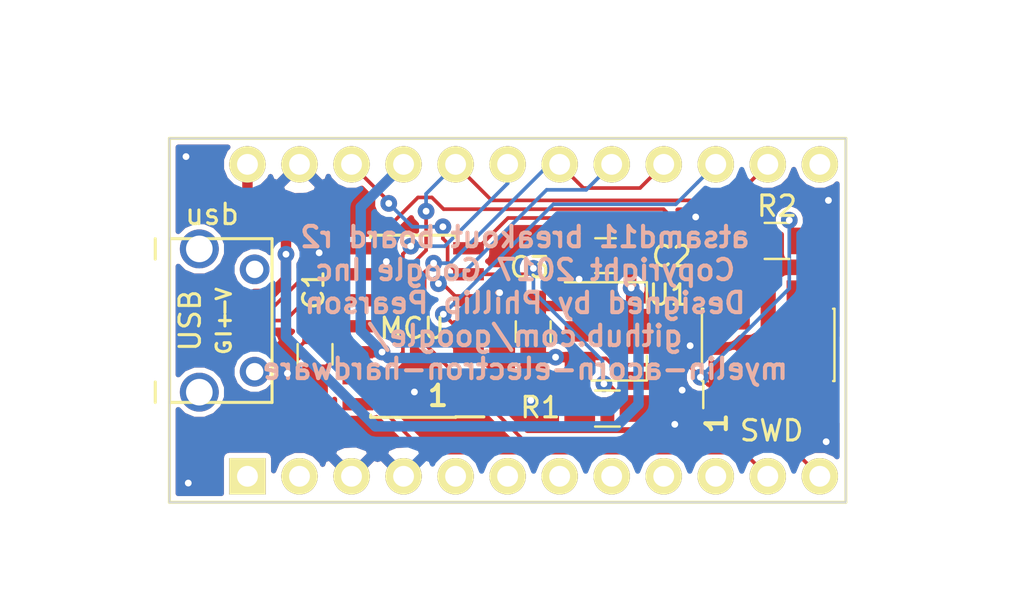
<source format=kicad_pcb>
(kicad_pcb (version 4) (host pcbnew 4.0.6)

  (general
    (links 56)
    (no_connects 0)
    (area 128.219999 111.709999 161.340001 129.590001)
    (thickness 1.6)
    (drawings 7)
    (tracks 184)
    (zones 0)
    (modules 25)
    (nets 19)
  )

  (page A4)
  (layers
    (0 F.Cu signal)
    (31 B.Cu signal)
    (32 B.Adhes user)
    (33 F.Adhes user)
    (34 B.Paste user)
    (35 F.Paste user)
    (36 B.SilkS user)
    (37 F.SilkS user)
    (38 B.Mask user)
    (39 F.Mask user)
    (40 Dwgs.User user)
    (41 Cmts.User user)
    (42 Eco1.User user)
    (43 Eco2.User user)
    (44 Edge.Cuts user)
    (45 Margin user)
    (46 B.CrtYd user)
    (47 F.CrtYd user)
    (48 B.Fab user)
    (49 F.Fab user hide)
  )

  (setup
    (last_trace_width 0.1778)
    (user_trace_width 0.254)
    (user_trace_width 0.508)
    (user_trace_width 0.762)
    (user_trace_width 1.016)
    (user_trace_width 1.27)
    (trace_clearance 0.1778)
    (zone_clearance 0.508)
    (zone_45_only no)
    (trace_min 0.1778)
    (segment_width 0.2)
    (edge_width 0.1)
    (via_size 0.8128)
    (via_drill 0.3302)
    (via_min_size 0.8128)
    (via_min_drill 0.3302)
    (user_via 0.8128 0.3302)
    (user_via 1.016 0.635)
    (uvia_size 0.8128)
    (uvia_drill 0.3302)
    (uvias_allowed no)
    (uvia_min_size 0.8128)
    (uvia_min_drill 0.3302)
    (pcb_text_width 0.3)
    (pcb_text_size 1.5 1.5)
    (mod_edge_width 0.15)
    (mod_text_size 1 1)
    (mod_text_width 0.15)
    (pad_size 1.5 1.5)
    (pad_drill 0.6)
    (pad_to_mask_clearance 0)
    (aux_axis_origin 0 0)
    (visible_elements FFFFFF7F)
    (pcbplotparams
      (layerselection 0x010fc_80000001)
      (usegerberextensions true)
      (excludeedgelayer true)
      (linewidth 0.100000)
      (plotframeref false)
      (viasonmask false)
      (mode 1)
      (useauxorigin false)
      (hpglpennumber 1)
      (hpglpenspeed 20)
      (hpglpendiameter 15)
      (hpglpenoverlay 2)
      (psnegative false)
      (psa4output false)
      (plotreference true)
      (plotvalue true)
      (plotinvisibletext false)
      (padsonsilk false)
      (subtractmaskfromsilk false)
      (outputformat 1)
      (mirror false)
      (drillshape 0)
      (scaleselection 1)
      (outputdirectory gerbers/))
  )

  (net 0 "")
  (net 1 GND)
  (net 2 5V)
  (net 3 3V3)
  (net 4 mcu_SS)
  (net 5 mcu_MOSI_TDI)
  (net 6 mcu_SCK_TMS)
  (net 7 mcu_MISO)
  (net 8 mcu_GPIO_D18)
  (net 9 mcu_RESET)
  (net 10 SWCLK)
  (net 11 SWDIO)
  (net 12 USBDM)
  (net 13 USBDP)
  (net 14 mcu_GPIO_D20)
  (net 15 mcu_GPIO_D8)
  (net 16 mcu_TXD)
  (net 17 mcu_RXD)
  (net 18 USB_ID)

  (net_class Default "This is the default net class."
    (clearance 0.1778)
    (trace_width 0.1778)
    (via_dia 0.8128)
    (via_drill 0.3302)
    (uvia_dia 0.8128)
    (uvia_drill 0.3302)
    (add_net 3V3)
    (add_net 5V)
    (add_net GND)
    (add_net SWCLK)
    (add_net SWDIO)
    (add_net USBDM)
    (add_net USBDP)
    (add_net USB_ID)
    (add_net mcu_GPIO_D18)
    (add_net mcu_GPIO_D20)
    (add_net mcu_GPIO_D8)
    (add_net mcu_MISO)
    (add_net mcu_MOSI_TDI)
    (add_net mcu_RESET)
    (add_net mcu_RXD)
    (add_net mcu_SCK_TMS)
    (add_net mcu_SS)
    (add_net mcu_TXD)
  )

  (module Capacitors_SMD:C_0805_HandSoldering (layer F.Cu) (tedit 58AA84A8) (tstamp 59F11BD2)
    (at 135.38 122.31 270)
    (descr "Capacitor SMD 0805, hand soldering")
    (tags "capacitor 0805")
    (attr smd)
    (fp_text reference C1 (at -3.15 0.07 270) (layer F.SilkS)
      (effects (font (size 1 1) (thickness 0.15)))
    )
    (fp_text value 100n (at 0 1.75 270) (layer F.Fab)
      (effects (font (size 1 1) (thickness 0.15)))
    )
    (fp_text user %R (at 0 -1.75 270) (layer F.Fab)
      (effects (font (size 1 1) (thickness 0.15)))
    )
    (fp_line (start -1 0.62) (end -1 -0.62) (layer F.Fab) (width 0.1))
    (fp_line (start 1 0.62) (end -1 0.62) (layer F.Fab) (width 0.1))
    (fp_line (start 1 -0.62) (end 1 0.62) (layer F.Fab) (width 0.1))
    (fp_line (start -1 -0.62) (end 1 -0.62) (layer F.Fab) (width 0.1))
    (fp_line (start 0.5 -0.85) (end -0.5 -0.85) (layer F.SilkS) (width 0.12))
    (fp_line (start -0.5 0.85) (end 0.5 0.85) (layer F.SilkS) (width 0.12))
    (fp_line (start -2.25 -0.88) (end 2.25 -0.88) (layer F.CrtYd) (width 0.05))
    (fp_line (start -2.25 -0.88) (end -2.25 0.87) (layer F.CrtYd) (width 0.05))
    (fp_line (start 2.25 0.87) (end 2.25 -0.88) (layer F.CrtYd) (width 0.05))
    (fp_line (start 2.25 0.87) (end -2.25 0.87) (layer F.CrtYd) (width 0.05))
    (pad 1 smd rect (at -1.25 0 270) (size 1.5 1.25) (layers F.Cu F.Paste F.Mask)
      (net 1 GND))
    (pad 2 smd rect (at 1.25 0 270) (size 1.5 1.25) (layers F.Cu F.Paste F.Mask)
      (net 3 3V3))
    (model Capacitors_SMD.3dshapes/C_0805.wrl
      (at (xyz 0 0 0))
      (scale (xyz 1 1 1))
      (rotate (xyz 0 0 0))
    )
  )

  (module Capacitors_SMD:C_0805_HandSoldering (layer F.Cu) (tedit 58AA84A8) (tstamp 59F11BE3)
    (at 149.56 117.49)
    (descr "Capacitor SMD 0805, hand soldering")
    (tags "capacitor 0805")
    (attr smd)
    (fp_text reference C2 (at 3.23 0.04) (layer F.SilkS)
      (effects (font (size 1 1) (thickness 0.15)))
    )
    (fp_text value 1u (at 0 1.75) (layer F.Fab)
      (effects (font (size 1 1) (thickness 0.15)))
    )
    (fp_text user %R (at 0 -1.75) (layer F.Fab)
      (effects (font (size 1 1) (thickness 0.15)))
    )
    (fp_line (start -1 0.62) (end -1 -0.62) (layer F.Fab) (width 0.1))
    (fp_line (start 1 0.62) (end -1 0.62) (layer F.Fab) (width 0.1))
    (fp_line (start 1 -0.62) (end 1 0.62) (layer F.Fab) (width 0.1))
    (fp_line (start -1 -0.62) (end 1 -0.62) (layer F.Fab) (width 0.1))
    (fp_line (start 0.5 -0.85) (end -0.5 -0.85) (layer F.SilkS) (width 0.12))
    (fp_line (start -0.5 0.85) (end 0.5 0.85) (layer F.SilkS) (width 0.12))
    (fp_line (start -2.25 -0.88) (end 2.25 -0.88) (layer F.CrtYd) (width 0.05))
    (fp_line (start -2.25 -0.88) (end -2.25 0.87) (layer F.CrtYd) (width 0.05))
    (fp_line (start 2.25 0.87) (end 2.25 -0.88) (layer F.CrtYd) (width 0.05))
    (fp_line (start 2.25 0.87) (end -2.25 0.87) (layer F.CrtYd) (width 0.05))
    (pad 1 smd rect (at -1.25 0) (size 1.5 1.25) (layers F.Cu F.Paste F.Mask)
      (net 1 GND))
    (pad 2 smd rect (at 1.25 0) (size 1.5 1.25) (layers F.Cu F.Paste F.Mask)
      (net 2 5V))
    (model Capacitors_SMD.3dshapes/C_0805.wrl
      (at (xyz 0 0 0))
      (scale (xyz 1 1 1))
      (rotate (xyz 0 0 0))
    )
  )

  (module Capacitors_SMD:C_0805_HandSoldering (layer F.Cu) (tedit 58AA84A8) (tstamp 59F11BF4)
    (at 146.03 121.2 90)
    (descr "Capacitor SMD 0805, hand soldering")
    (tags "capacitor 0805")
    (attr smd)
    (fp_text reference C3 (at 3.13 -0.18 180) (layer F.SilkS)
      (effects (font (size 1 1) (thickness 0.15)))
    )
    (fp_text value 1u (at 0 1.75 90) (layer F.Fab)
      (effects (font (size 1 1) (thickness 0.15)))
    )
    (fp_text user %R (at 0 -1.75 90) (layer F.Fab)
      (effects (font (size 1 1) (thickness 0.15)))
    )
    (fp_line (start -1 0.62) (end -1 -0.62) (layer F.Fab) (width 0.1))
    (fp_line (start 1 0.62) (end -1 0.62) (layer F.Fab) (width 0.1))
    (fp_line (start 1 -0.62) (end 1 0.62) (layer F.Fab) (width 0.1))
    (fp_line (start -1 -0.62) (end 1 -0.62) (layer F.Fab) (width 0.1))
    (fp_line (start 0.5 -0.85) (end -0.5 -0.85) (layer F.SilkS) (width 0.12))
    (fp_line (start -0.5 0.85) (end 0.5 0.85) (layer F.SilkS) (width 0.12))
    (fp_line (start -2.25 -0.88) (end 2.25 -0.88) (layer F.CrtYd) (width 0.05))
    (fp_line (start -2.25 -0.88) (end -2.25 0.87) (layer F.CrtYd) (width 0.05))
    (fp_line (start 2.25 0.87) (end 2.25 -0.88) (layer F.CrtYd) (width 0.05))
    (fp_line (start 2.25 0.87) (end -2.25 0.87) (layer F.CrtYd) (width 0.05))
    (pad 1 smd rect (at -1.25 0 90) (size 1.5 1.25) (layers F.Cu F.Paste F.Mask)
      (net 3 3V3))
    (pad 2 smd rect (at 1.25 0 90) (size 1.5 1.25) (layers F.Cu F.Paste F.Mask)
      (net 1 GND))
    (model Capacitors_SMD.3dshapes/C_0805.wrl
      (at (xyz 0 0 0))
      (scale (xyz 1 1 1))
      (rotate (xyz 0 0 0))
    )
  )

  (module Housings_SOIC:SOIC-14_3.9x8.7mm_Pitch1.27mm (layer F.Cu) (tedit 58CC8F64) (tstamp 59F11C28)
    (at 140.17 120.94 180)
    (descr "14-Lead Plastic Small Outline (SL) - Narrow, 3.90 mm Body [SOIC] (see Microchip Packaging Specification 00000049BS.pdf)")
    (tags "SOIC 1.27")
    (attr smd)
    (fp_text reference MCU (at 0.05 -0.1 180) (layer F.SilkS)
      (effects (font (size 1 1) (thickness 0.15)))
    )
    (fp_text value atsamd11c (at 0 5.375 180) (layer F.Fab)
      (effects (font (size 1 1) (thickness 0.15)))
    )
    (fp_text user %R (at 0 0 180) (layer F.Fab)
      (effects (font (size 0.9 0.9) (thickness 0.135)))
    )
    (fp_line (start -0.95 -4.35) (end 1.95 -4.35) (layer F.Fab) (width 0.15))
    (fp_line (start 1.95 -4.35) (end 1.95 4.35) (layer F.Fab) (width 0.15))
    (fp_line (start 1.95 4.35) (end -1.95 4.35) (layer F.Fab) (width 0.15))
    (fp_line (start -1.95 4.35) (end -1.95 -3.35) (layer F.Fab) (width 0.15))
    (fp_line (start -1.95 -3.35) (end -0.95 -4.35) (layer F.Fab) (width 0.15))
    (fp_line (start -3.7 -4.65) (end -3.7 4.65) (layer F.CrtYd) (width 0.05))
    (fp_line (start 3.7 -4.65) (end 3.7 4.65) (layer F.CrtYd) (width 0.05))
    (fp_line (start -3.7 -4.65) (end 3.7 -4.65) (layer F.CrtYd) (width 0.05))
    (fp_line (start -3.7 4.65) (end 3.7 4.65) (layer F.CrtYd) (width 0.05))
    (fp_line (start -2.075 -4.45) (end -2.075 -4.425) (layer F.SilkS) (width 0.15))
    (fp_line (start 2.075 -4.45) (end 2.075 -4.335) (layer F.SilkS) (width 0.15))
    (fp_line (start 2.075 4.45) (end 2.075 4.335) (layer F.SilkS) (width 0.15))
    (fp_line (start -2.075 4.45) (end -2.075 4.335) (layer F.SilkS) (width 0.15))
    (fp_line (start -2.075 -4.45) (end 2.075 -4.45) (layer F.SilkS) (width 0.15))
    (fp_line (start -2.075 4.45) (end 2.075 4.45) (layer F.SilkS) (width 0.15))
    (fp_line (start -2.075 -4.425) (end -3.45 -4.425) (layer F.SilkS) (width 0.15))
    (pad 1 smd rect (at -2.7 -3.81 180) (size 1.5 0.6) (layers F.Cu F.Paste F.Mask)
      (net 4 mcu_SS))
    (pad 2 smd rect (at -2.7 -2.54 180) (size 1.5 0.6) (layers F.Cu F.Paste F.Mask)
      (net 5 mcu_MOSI_TDI))
    (pad 3 smd rect (at -2.7 -1.27 180) (size 1.5 0.6) (layers F.Cu F.Paste F.Mask)
      (net 6 mcu_SCK_TMS))
    (pad 4 smd rect (at -2.7 0 180) (size 1.5 0.6) (layers F.Cu F.Paste F.Mask)
      (net 7 mcu_MISO))
    (pad 5 smd rect (at -2.7 1.27 180) (size 1.5 0.6) (layers F.Cu F.Paste F.Mask)
      (net 8 mcu_GPIO_D18))
    (pad 6 smd rect (at -2.7 2.54 180) (size 1.5 0.6) (layers F.Cu F.Paste F.Mask)
      (net 9 mcu_RESET))
    (pad 7 smd rect (at -2.7 3.81 180) (size 1.5 0.6) (layers F.Cu F.Paste F.Mask)
      (net 10 SWCLK))
    (pad 8 smd rect (at 2.7 3.81 180) (size 1.5 0.6) (layers F.Cu F.Paste F.Mask)
      (net 11 SWDIO))
    (pad 9 smd rect (at 2.7 2.54 180) (size 1.5 0.6) (layers F.Cu F.Paste F.Mask)
      (net 12 USBDM))
    (pad 10 smd rect (at 2.7 1.27 180) (size 1.5 0.6) (layers F.Cu F.Paste F.Mask)
      (net 13 USBDP))
    (pad 11 smd rect (at 2.7 0 180) (size 1.5 0.6) (layers F.Cu F.Paste F.Mask)
      (net 1 GND))
    (pad 12 smd rect (at 2.7 -1.27 180) (size 1.5 0.6) (layers F.Cu F.Paste F.Mask)
      (net 3 3V3))
    (pad 13 smd rect (at 2.7 -2.54 180) (size 1.5 0.6) (layers F.Cu F.Paste F.Mask)
      (net 14 mcu_GPIO_D20))
    (pad 14 smd rect (at 2.7 -3.81 180) (size 1.5 0.6) (layers F.Cu F.Paste F.Mask)
      (net 15 mcu_GPIO_D8))
    (model ${KISYS3DMOD}/Housings_SOIC.3dshapes/SOIC-14_3.9x8.7mm_Pitch1.27mm.wrl
      (at (xyz 0 0 0))
      (scale (xyz 1 1 1))
      (rotate (xyz 0 0 0))
    )
  )

  (module myelin-kicad:pro_micro (layer F.Cu) (tedit 59F6208D) (tstamp 59F11C49)
    (at 144.78 120.65)
    (descr "Sparkfun Pro Micro ATMEGA32U4")
    (fp_text reference PRO (at 0 -1) (layer F.SilkS) hide
      (effects (font (size 1 1) (thickness 0.15)))
    )
    (fp_text value "Pro Micro 5V" (at 0 1) (layer F.SilkS) hide
      (effects (font (size 1 1) (thickness 0.15)))
    )
    (fp_line (start -16.51 -8.89) (end -16.51 8.89) (layer F.SilkS) (width 0.15))
    (fp_line (start -16.51 8.89) (end 16.51 8.89) (layer F.SilkS) (width 0.15))
    (fp_line (start 16.51 8.89) (end 16.51 -8.89) (layer F.SilkS) (width 0.15))
    (fp_line (start 16.51 -8.89) (end -16.51 -8.89) (layer F.SilkS) (width 0.15))
    (fp_text user USB (at -14.51 0 90) (layer F.SilkS) hide
      (effects (font (size 1 1) (thickness 0.15)))
    )
    (pad 24 thru_hole circle (at -12.7 -7.62) (size 1.778 1.778) (drill 1.016) (layers *.Cu *.Mask F.SilkS)
      (net 2 5V))
    (pad 1 thru_hole rect (at -12.7 7.62) (size 1.778 1.778) (drill 1.016) (layers *.Cu *.Mask F.SilkS))
    (pad 23 thru_hole circle (at -10.16 -7.62) (size 1.778 1.778) (drill 1.016) (layers *.Cu *.Mask F.SilkS)
      (net 1 GND))
    (pad 2 thru_hole circle (at -10.16 7.62) (size 1.778 1.778) (drill 1.016) (layers *.Cu *.Mask F.SilkS))
    (pad 22 thru_hole circle (at -7.62 -7.62) (size 1.778 1.778) (drill 1.016) (layers *.Cu *.Mask F.SilkS)
      (net 9 mcu_RESET))
    (pad 3 thru_hole circle (at -7.62 7.62) (size 1.778 1.778) (drill 1.016) (layers *.Cu *.Mask F.SilkS)
      (net 1 GND))
    (pad 21 thru_hole circle (at -5.08 -7.62) (size 1.778 1.778) (drill 1.016) (layers *.Cu *.Mask F.SilkS)
      (net 3 3V3))
    (pad 4 thru_hole circle (at -5.08 7.62) (size 1.778 1.778) (drill 1.016) (layers *.Cu *.Mask F.SilkS)
      (net 1 GND))
    (pad 20 thru_hole circle (at -2.54 -7.62) (size 1.778 1.778) (drill 1.016) (layers *.Cu *.Mask F.SilkS)
      (net 5 mcu_MOSI_TDI))
    (pad 5 thru_hole circle (at -2.54 7.62) (size 1.778 1.778) (drill 1.016) (layers *.Cu *.Mask F.SilkS))
    (pad 19 thru_hole circle (at 0 -7.62) (size 1.778 1.778) (drill 1.016) (layers *.Cu *.Mask F.SilkS)
      (net 14 mcu_GPIO_D20))
    (pad 6 thru_hole circle (at 0 7.62) (size 1.778 1.778) (drill 1.016) (layers *.Cu *.Mask F.SilkS))
    (pad 18 thru_hole circle (at 2.54 -7.62) (size 1.778 1.778) (drill 1.016) (layers *.Cu *.Mask F.SilkS)
      (net 6 mcu_SCK_TMS))
    (pad 7 thru_hole circle (at 2.54 7.62) (size 1.778 1.778) (drill 1.016) (layers *.Cu *.Mask F.SilkS))
    (pad 17 thru_hole circle (at 5.08 -7.62) (size 1.778 1.778) (drill 1.016) (layers *.Cu *.Mask F.SilkS)
      (net 8 mcu_GPIO_D18))
    (pad 8 thru_hole circle (at 5.08 7.62) (size 1.778 1.778) (drill 1.016) (layers *.Cu *.Mask F.SilkS))
    (pad 16 thru_hole circle (at 7.62 -7.62) (size 1.778 1.778) (drill 1.016) (layers *.Cu *.Mask F.SilkS)
      (net 6 mcu_SCK_TMS))
    (pad 9 thru_hole circle (at 7.62 7.62) (size 1.778 1.778) (drill 1.016) (layers *.Cu *.Mask F.SilkS))
    (pad 15 thru_hole circle (at 10.16 -7.62) (size 1.778 1.778) (drill 1.016) (layers *.Cu *.Mask F.SilkS)
      (net 7 mcu_MISO))
    (pad 10 thru_hole circle (at 10.16 7.62) (size 1.778 1.778) (drill 1.016) (layers *.Cu *.Mask F.SilkS))
    (pad 14 thru_hole circle (at 12.7 -7.62) (size 1.778 1.778) (drill 1.016) (layers *.Cu *.Mask F.SilkS)
      (net 5 mcu_MOSI_TDI))
    (pad 11 thru_hole circle (at 12.7 7.62) (size 1.778 1.778) (drill 1.016) (layers *.Cu *.Mask F.SilkS)
      (net 15 mcu_GPIO_D8))
    (pad 13 thru_hole circle (at 15.24 -7.62) (size 1.778 1.778) (drill 1.016) (layers *.Cu *.Mask F.SilkS))
    (pad 12 thru_hole circle (at 15.24 7.62) (size 1.778 1.778) (drill 1.016) (layers *.Cu *.Mask F.SilkS)
      (net 4 mcu_SS))
  )

  (module Resistors_SMD:R_0805_HandSoldering (layer F.Cu) (tedit 58E0A804) (tstamp 59F11C5A)
    (at 149.65 124.96 180)
    (descr "Resistor SMD 0805, hand soldering")
    (tags "resistor 0805")
    (attr smd)
    (fp_text reference R1 (at 3.27 0.05 180) (layer F.SilkS)
      (effects (font (size 1 1) (thickness 0.15)))
    )
    (fp_text value 10k (at 0 1.75 180) (layer F.Fab)
      (effects (font (size 1 1) (thickness 0.15)))
    )
    (fp_text user %R (at 0 0 180) (layer F.Fab)
      (effects (font (size 0.5 0.5) (thickness 0.075)))
    )
    (fp_line (start -1 0.62) (end -1 -0.62) (layer F.Fab) (width 0.1))
    (fp_line (start 1 0.62) (end -1 0.62) (layer F.Fab) (width 0.1))
    (fp_line (start 1 -0.62) (end 1 0.62) (layer F.Fab) (width 0.1))
    (fp_line (start -1 -0.62) (end 1 -0.62) (layer F.Fab) (width 0.1))
    (fp_line (start 0.6 0.88) (end -0.6 0.88) (layer F.SilkS) (width 0.12))
    (fp_line (start -0.6 -0.88) (end 0.6 -0.88) (layer F.SilkS) (width 0.12))
    (fp_line (start -2.35 -0.9) (end 2.35 -0.9) (layer F.CrtYd) (width 0.05))
    (fp_line (start -2.35 -0.9) (end -2.35 0.9) (layer F.CrtYd) (width 0.05))
    (fp_line (start 2.35 0.9) (end 2.35 -0.9) (layer F.CrtYd) (width 0.05))
    (fp_line (start 2.35 0.9) (end -2.35 0.9) (layer F.CrtYd) (width 0.05))
    (pad 1 smd rect (at -1.35 0 180) (size 1.5 1.3) (layers F.Cu F.Paste F.Mask)
      (net 9 mcu_RESET))
    (pad 2 smd rect (at 1.35 0 180) (size 1.5 1.3) (layers F.Cu F.Paste F.Mask)
      (net 3 3V3))
    (model ${KISYS3DMOD}/Resistors_SMD.3dshapes/R_0805.wrl
      (at (xyz 0 0 0))
      (scale (xyz 1 1 1))
      (rotate (xyz 0 0 0))
    )
  )

  (module Pin_Headers:Pin_Header_Straight_2x05_Pitch1.27mm_SMD (layer F.Cu) (tedit 59650536) (tstamp 59F11CA8)
    (at 157.5 121.85 90)
    (descr "surface-mounted straight pin header, 2x05, 1.27mm pitch, double rows")
    (tags "Surface mounted pin header SMD 2x05 1.27mm double row")
    (attr smd)
    (fp_text reference SWD (at -4.19 0.17 180) (layer F.SilkS)
      (effects (font (size 1 1) (thickness 0.15)))
    )
    (fp_text value swd (at 0 4.235 90) (layer F.Fab)
      (effects (font (size 1 1) (thickness 0.15)))
    )
    (fp_line (start 1.705 3.175) (end -1.705 3.175) (layer F.Fab) (width 0.1))
    (fp_line (start -1.27 -3.175) (end 1.705 -3.175) (layer F.Fab) (width 0.1))
    (fp_line (start -1.705 3.175) (end -1.705 -2.74) (layer F.Fab) (width 0.1))
    (fp_line (start -1.705 -2.74) (end -1.27 -3.175) (layer F.Fab) (width 0.1))
    (fp_line (start 1.705 -3.175) (end 1.705 3.175) (layer F.Fab) (width 0.1))
    (fp_line (start -1.705 -2.74) (end -2.75 -2.74) (layer F.Fab) (width 0.1))
    (fp_line (start -2.75 -2.74) (end -2.75 -2.34) (layer F.Fab) (width 0.1))
    (fp_line (start -2.75 -2.34) (end -1.705 -2.34) (layer F.Fab) (width 0.1))
    (fp_line (start 1.705 -2.74) (end 2.75 -2.74) (layer F.Fab) (width 0.1))
    (fp_line (start 2.75 -2.74) (end 2.75 -2.34) (layer F.Fab) (width 0.1))
    (fp_line (start 2.75 -2.34) (end 1.705 -2.34) (layer F.Fab) (width 0.1))
    (fp_line (start -1.705 -1.47) (end -2.75 -1.47) (layer F.Fab) (width 0.1))
    (fp_line (start -2.75 -1.47) (end -2.75 -1.07) (layer F.Fab) (width 0.1))
    (fp_line (start -2.75 -1.07) (end -1.705 -1.07) (layer F.Fab) (width 0.1))
    (fp_line (start 1.705 -1.47) (end 2.75 -1.47) (layer F.Fab) (width 0.1))
    (fp_line (start 2.75 -1.47) (end 2.75 -1.07) (layer F.Fab) (width 0.1))
    (fp_line (start 2.75 -1.07) (end 1.705 -1.07) (layer F.Fab) (width 0.1))
    (fp_line (start -1.705 -0.2) (end -2.75 -0.2) (layer F.Fab) (width 0.1))
    (fp_line (start -2.75 -0.2) (end -2.75 0.2) (layer F.Fab) (width 0.1))
    (fp_line (start -2.75 0.2) (end -1.705 0.2) (layer F.Fab) (width 0.1))
    (fp_line (start 1.705 -0.2) (end 2.75 -0.2) (layer F.Fab) (width 0.1))
    (fp_line (start 2.75 -0.2) (end 2.75 0.2) (layer F.Fab) (width 0.1))
    (fp_line (start 2.75 0.2) (end 1.705 0.2) (layer F.Fab) (width 0.1))
    (fp_line (start -1.705 1.07) (end -2.75 1.07) (layer F.Fab) (width 0.1))
    (fp_line (start -2.75 1.07) (end -2.75 1.47) (layer F.Fab) (width 0.1))
    (fp_line (start -2.75 1.47) (end -1.705 1.47) (layer F.Fab) (width 0.1))
    (fp_line (start 1.705 1.07) (end 2.75 1.07) (layer F.Fab) (width 0.1))
    (fp_line (start 2.75 1.07) (end 2.75 1.47) (layer F.Fab) (width 0.1))
    (fp_line (start 2.75 1.47) (end 1.705 1.47) (layer F.Fab) (width 0.1))
    (fp_line (start -1.705 2.34) (end -2.75 2.34) (layer F.Fab) (width 0.1))
    (fp_line (start -2.75 2.34) (end -2.75 2.74) (layer F.Fab) (width 0.1))
    (fp_line (start -2.75 2.74) (end -1.705 2.74) (layer F.Fab) (width 0.1))
    (fp_line (start 1.705 2.34) (end 2.75 2.34) (layer F.Fab) (width 0.1))
    (fp_line (start 2.75 2.34) (end 2.75 2.74) (layer F.Fab) (width 0.1))
    (fp_line (start 2.75 2.74) (end 1.705 2.74) (layer F.Fab) (width 0.1))
    (fp_line (start -1.765 -3.235) (end 1.765 -3.235) (layer F.SilkS) (width 0.12))
    (fp_line (start -1.765 3.235) (end 1.765 3.235) (layer F.SilkS) (width 0.12))
    (fp_line (start -3.09 -3.17) (end -1.765 -3.17) (layer F.SilkS) (width 0.12))
    (fp_line (start -1.765 -3.235) (end -1.765 -3.17) (layer F.SilkS) (width 0.12))
    (fp_line (start 1.765 -3.235) (end 1.765 -3.17) (layer F.SilkS) (width 0.12))
    (fp_line (start -1.765 3.17) (end -1.765 3.235) (layer F.SilkS) (width 0.12))
    (fp_line (start 1.765 3.17) (end 1.765 3.235) (layer F.SilkS) (width 0.12))
    (fp_line (start -4.3 -3.7) (end -4.3 3.7) (layer F.CrtYd) (width 0.05))
    (fp_line (start -4.3 3.7) (end 4.3 3.7) (layer F.CrtYd) (width 0.05))
    (fp_line (start 4.3 3.7) (end 4.3 -3.7) (layer F.CrtYd) (width 0.05))
    (fp_line (start 4.3 -3.7) (end -4.3 -3.7) (layer F.CrtYd) (width 0.05))
    (fp_text user %R (at 0 0 180) (layer F.Fab)
      (effects (font (size 1 1) (thickness 0.15)))
    )
    (pad 1 smd rect (at -1.95 -2.54 90) (size 2.4 0.74) (layers F.Cu F.Paste F.Mask)
      (net 3 3V3))
    (pad 2 smd rect (at 1.95 -2.54 90) (size 2.4 0.74) (layers F.Cu F.Paste F.Mask)
      (net 11 SWDIO))
    (pad 3 smd rect (at -1.95 -1.27 90) (size 2.4 0.74) (layers F.Cu F.Paste F.Mask)
      (net 1 GND))
    (pad 4 smd rect (at 1.95 -1.27 90) (size 2.4 0.74) (layers F.Cu F.Paste F.Mask)
      (net 10 SWCLK))
    (pad 5 smd rect (at -1.95 0 90) (size 2.4 0.74) (layers F.Cu F.Paste F.Mask)
      (net 1 GND))
    (pad 6 smd rect (at 1.95 0 90) (size 2.4 0.74) (layers F.Cu F.Paste F.Mask)
      (net 16 mcu_TXD))
    (pad 7 smd rect (at -1.95 1.27 90) (size 2.4 0.74) (layers F.Cu F.Paste F.Mask))
    (pad 8 smd rect (at 1.95 1.27 90) (size 2.4 0.74) (layers F.Cu F.Paste F.Mask)
      (net 17 mcu_RXD))
    (pad 9 smd rect (at -1.95 2.54 90) (size 2.4 0.74) (layers F.Cu F.Paste F.Mask)
      (net 1 GND))
    (pad 10 smd rect (at 1.95 2.54 90) (size 2.4 0.74) (layers F.Cu F.Paste F.Mask)
      (net 9 mcu_RESET))
    (model ${KISYS3DMOD}/Pin_Headers.3dshapes/Pin_Header_Straight_2x05_Pitch1.27mm_SMD.wrl
      (at (xyz 0 0 0))
      (scale (xyz 1 1 1))
      (rotate (xyz 0 0 0))
    )
  )

  (module TO_SOT_Packages_SMD:SOT-89-3 (layer F.Cu) (tedit 591F0203) (tstamp 59F11CC0)
    (at 149.7965 121.19)
    (descr SOT-89-3)
    (tags SOT-89-3)
    (attr smd)
    (fp_text reference U1 (at 2.8635 -1.78) (layer F.SilkS)
      (effects (font (size 1 1) (thickness 0.15)))
    )
    (fp_text value MCP1700T-3302E/MB (at 0.45 3.25) (layer F.Fab)
      (effects (font (size 1 1) (thickness 0.15)))
    )
    (fp_text user %R (at 0.38 0 90) (layer F.Fab)
      (effects (font (size 0.6 0.6) (thickness 0.09)))
    )
    (fp_line (start 1.78 1.2) (end 1.78 2.4) (layer F.SilkS) (width 0.12))
    (fp_line (start 1.78 2.4) (end -0.92 2.4) (layer F.SilkS) (width 0.12))
    (fp_line (start -2.22 -2.4) (end 1.78 -2.4) (layer F.SilkS) (width 0.12))
    (fp_line (start 1.78 -2.4) (end 1.78 -1.2) (layer F.SilkS) (width 0.12))
    (fp_line (start -0.92 -1.51) (end -0.13 -2.3) (layer F.Fab) (width 0.1))
    (fp_line (start 1.68 -2.3) (end 1.68 2.3) (layer F.Fab) (width 0.1))
    (fp_line (start 1.68 2.3) (end -0.92 2.3) (layer F.Fab) (width 0.1))
    (fp_line (start -0.92 2.3) (end -0.92 -1.51) (layer F.Fab) (width 0.1))
    (fp_line (start -0.13 -2.3) (end 1.68 -2.3) (layer F.Fab) (width 0.1))
    (fp_line (start 3.23 -2.55) (end 3.23 2.55) (layer F.CrtYd) (width 0.05))
    (fp_line (start 3.23 -2.55) (end -2.48 -2.55) (layer F.CrtYd) (width 0.05))
    (fp_line (start -2.48 2.55) (end 3.23 2.55) (layer F.CrtYd) (width 0.05))
    (fp_line (start -2.48 2.55) (end -2.48 -2.55) (layer F.CrtYd) (width 0.05))
    (pad 2 smd trapezoid (at 2.667 0 270) (size 1.6 0.85) (rect_delta 0 0.6 ) (layers F.Cu F.Paste F.Mask)
      (net 2 5V))
    (pad 1 smd rect (at -1.48 -1.5 270) (size 1 1.5) (layers F.Cu F.Paste F.Mask)
      (net 1 GND))
    (pad 2 smd rect (at -1.3335 0 270) (size 1 1.8) (layers F.Cu F.Paste F.Mask)
      (net 2 5V))
    (pad 3 smd rect (at -1.48 1.5 270) (size 1 1.5) (layers F.Cu F.Paste F.Mask)
      (net 3 3V3))
    (pad 2 smd rect (at 1.3335 0 270) (size 2.2 1.84) (layers F.Cu F.Paste F.Mask)
      (net 2 5V))
    (pad 2 smd trapezoid (at -0.0762 0 90) (size 1.5 1) (rect_delta 0 0.7 ) (layers F.Cu F.Paste F.Mask)
      (net 2 5V))
    (model ${KISYS3DMOD}/TO_SOT_Packages_SMD.3dshapes/SOT-89-3.wrl
      (at (xyz 0 0 0))
      (scale (xyz 1 1 1))
      (rotate (xyz 0 0 0))
    )
  )

  (module myelin-kicad:micro_usb_b_smd_molex (layer F.Cu) (tedit 0) (tstamp 59F6131A)
    (at 130.28 120.66 270)
    (descr "Molex SD-105017-001 bottom mount micro USB socket")
    (fp_text reference USB (at 0 1 270) (layer F.SilkS)
      (effects (font (size 1 1) (thickness 0.15)))
    )
    (fp_text value usb (at -5.19 -0.07 360) (layer F.SilkS)
      (effects (font (size 1 1) (thickness 0.15)))
    )
    (fp_line (start -4 -3) (end 4 -3) (layer F.SilkS) (width 0.15))
    (fp_line (start -4 -3) (end -4 2) (layer F.SilkS) (width 0.15))
    (fp_line (start -4 2) (end 4 2) (layer F.SilkS) (width 0.15))
    (fp_line (start 4 -3) (end 4 2) (layer F.SilkS) (width 0.15))
    (fp_line (start -4 2.7) (end -3 2.7) (layer F.SilkS) (width 0.15))
    (fp_line (start 3 2.7) (end 4 2.7) (layer F.SilkS) (width 0.15))
    (fp_text user V (at -1.3 -0.65 270) (layer F.SilkS)
      (effects (font (size 0.7 0.7) (thickness 0.15)))
    )
    (fp_text user - (at -0.65 -0.65 270) (layer F.SilkS)
      (effects (font (size 0.7 0.7) (thickness 0.15)))
    )
    (fp_text user + (at 0 -0.65 270) (layer F.SilkS)
      (effects (font (size 0.7 0.7) (thickness 0.15)))
    )
    (fp_text user I (at 0.65 -0.65 270) (layer F.SilkS)
      (effects (font (size 0.7 0.7) (thickness 0.15)))
    )
    (fp_text user G (at 1.3 -0.65 270) (layer F.SilkS)
      (effects (font (size 0.7 0.7) (thickness 0.15)))
    )
    (pad 1 smd rect (at -1.3 -2.15 270) (size 0.4 1.35) (layers F.Cu F.Paste F.Mask)
      (net 2 5V))
    (pad 2 smd rect (at -0.65 -2.15 270) (size 0.4 1.35) (layers F.Cu F.Paste F.Mask)
      (net 12 USBDM))
    (pad 3 smd rect (at 0 -2.15 270) (size 0.4 1.35) (layers F.Cu F.Paste F.Mask)
      (net 13 USBDP))
    (pad 4 smd rect (at 0.65 -2.15 270) (size 0.4 1.35) (layers F.Cu F.Paste F.Mask)
      (net 18 USB_ID))
    (pad 5 smd rect (at 1.3 -2.15 270) (size 0.4 1.35) (layers F.Cu F.Paste F.Mask)
      (net 1 GND))
    (pad P0 thru_hole circle (at -2.5 -2.15 270) (size 1.45 1.45) (drill 0.85) (layers *.Cu *.Mask))
    (pad P1 thru_hole circle (at 2.5 -2.15 270) (size 1.45 1.45) (drill 0.85) (layers *.Cu *.Mask))
    (pad M0 thru_hole circle (at -3.5 0.55 270) (size 1.9 1.9) (drill 1.3) (layers *.Cu *.Mask))
    (pad M1 thru_hole circle (at 3.5 0.55 270) (size 1.9 1.9) (drill 1.3) (layers *.Cu *.Mask))
  )

  (module myelin-kicad:via_single (layer F.Cu) (tedit 0) (tstamp 59F6322F)
    (at 129.19 128.6)
    (descr "Via array for stapling planes together")
    (fp_text reference staple_single1 (at 0 -1) (layer F.SilkS) hide
      (effects (font (size 1 1) (thickness 0.15)))
    )
    (fp_text value "" (at 0 1) (layer F.SilkS) hide
      (effects (font (size 1 1) (thickness 0.15)))
    )
    (pad 1 thru_hole circle (at 0 0) (size 0.8128 0.8128) (drill 0.3302) (layers *.Cu)
      (net 1 GND) (zone_connect 2))
  )

  (module myelin-kicad:via_single (layer F.Cu) (tedit 0) (tstamp 59F63234)
    (at 129.08 112.65)
    (descr "Via array for stapling planes together")
    (fp_text reference staple_single2 (at 0 -1) (layer F.SilkS) hide
      (effects (font (size 1 1) (thickness 0.15)))
    )
    (fp_text value "" (at 0 1) (layer F.SilkS) hide
      (effects (font (size 1 1) (thickness 0.15)))
    )
    (pad 1 thru_hole circle (at 0 0) (size 0.8128 0.8128) (drill 0.3302) (layers *.Cu)
      (net 1 GND) (zone_connect 2))
  )

  (module myelin-kicad:via_single (layer F.Cu) (tedit 0) (tstamp 59F63239)
    (at 160.44 114.79)
    (descr "Via array for stapling planes together")
    (fp_text reference staple_single3 (at 0 -1) (layer F.SilkS) hide
      (effects (font (size 1 1) (thickness 0.15)))
    )
    (fp_text value "" (at 0 1) (layer F.SilkS) hide
      (effects (font (size 1 1) (thickness 0.15)))
    )
    (pad 1 thru_hole circle (at 0 0) (size 0.8128 0.8128) (drill 0.3302) (layers *.Cu)
      (net 1 GND) (zone_connect 2))
  )

  (module myelin-kicad:via_single (layer F.Cu) (tedit 0) (tstamp 59F6323E)
    (at 160.33 126.58)
    (descr "Via array for stapling planes together")
    (fp_text reference staple_single4 (at 0 -1) (layer F.SilkS) hide
      (effects (font (size 1 1) (thickness 0.15)))
    )
    (fp_text value "" (at 0 1) (layer F.SilkS) hide
      (effects (font (size 1 1) (thickness 0.15)))
    )
    (pad 1 thru_hole circle (at 0 0) (size 0.8128 0.8128) (drill 0.3302) (layers *.Cu)
      (net 1 GND) (zone_connect 2))
  )

  (module myelin-kicad:via_single (layer F.Cu) (tedit 0) (tstamp 59F63243)
    (at 148.27 118.64)
    (descr "Via array for stapling planes together")
    (fp_text reference staple_single5 (at 0 -1) (layer F.SilkS) hide
      (effects (font (size 1 1) (thickness 0.15)))
    )
    (fp_text value "" (at 0 1) (layer F.SilkS) hide
      (effects (font (size 1 1) (thickness 0.15)))
    )
    (pad 1 thru_hole circle (at 0 0) (size 0.8128 0.8128) (drill 0.3302) (layers *.Cu)
      (net 1 GND) (zone_connect 2))
  )

  (module myelin-kicad:via_single (layer F.Cu) (tedit 0) (tstamp 59F63248)
    (at 140.23 124.15)
    (descr "Via array for stapling planes together")
    (fp_text reference staple_single6 (at 0 -1) (layer F.SilkS) hide
      (effects (font (size 1 1) (thickness 0.15)))
    )
    (fp_text value "" (at 0 1) (layer F.SilkS) hide
      (effects (font (size 1 1) (thickness 0.15)))
    )
    (pad 1 thru_hole circle (at 0 0) (size 0.8128 0.8128) (drill 0.3302) (layers *.Cu)
      (net 1 GND) (zone_connect 2))
  )

  (module myelin-kicad:via_single (layer F.Cu) (tedit 0) (tstamp 59F6324D)
    (at 153.96 115.6)
    (descr "Via array for stapling planes together")
    (fp_text reference staple_single7 (at 0 -1) (layer F.SilkS) hide
      (effects (font (size 1 1) (thickness 0.15)))
    )
    (fp_text value "" (at 0 1) (layer F.SilkS) hide
      (effects (font (size 1 1) (thickness 0.15)))
    )
    (pad 1 thru_hole circle (at 0 0) (size 0.8128 0.8128) (drill 0.3302) (layers *.Cu)
      (net 1 GND) (zone_connect 2))
  )

  (module myelin-kicad:via_single (layer F.Cu) (tedit 0) (tstamp 59F63252)
    (at 152.94 125.73)
    (descr "Via array for stapling planes together")
    (fp_text reference staple_single8 (at 0 -1) (layer F.SilkS) hide
      (effects (font (size 1 1) (thickness 0.15)))
    )
    (fp_text value "" (at 0 1) (layer F.SilkS) hide
      (effects (font (size 1 1) (thickness 0.15)))
    )
    (pad 1 thru_hole circle (at 0 0) (size 0.8128 0.8128) (drill 0.3302) (layers *.Cu)
      (net 1 GND) (zone_connect 2))
  )

  (module myelin-kicad:via_single (layer F.Cu) (tedit 0) (tstamp 59F63257)
    (at 153.3 124.06)
    (descr "Via array for stapling planes together")
    (fp_text reference staple_single9 (at 0 -1) (layer F.SilkS) hide
      (effects (font (size 1 1) (thickness 0.15)))
    )
    (fp_text value "" (at 0 1) (layer F.SilkS) hide
      (effects (font (size 1 1) (thickness 0.15)))
    )
    (pad 1 thru_hole circle (at 0 0) (size 0.8128 0.8128) (drill 0.3302) (layers *.Cu)
      (net 1 GND) (zone_connect 2))
  )

  (module myelin-kicad:via_single (layer F.Cu) (tedit 0) (tstamp 59F6325C)
    (at 138.86 117.78)
    (descr "Via array for stapling planes together")
    (fp_text reference staple_single10 (at 0 -1) (layer F.SilkS) hide
      (effects (font (size 1 1) (thickness 0.15)))
    )
    (fp_text value "" (at 0 1) (layer F.SilkS) hide
      (effects (font (size 1 1) (thickness 0.15)))
    )
    (pad 1 thru_hole circle (at 0 0) (size 0.8128 0.8128) (drill 0.3302) (layers *.Cu)
      (net 1 GND) (zone_connect 2))
  )

  (module myelin-kicad:via_single (layer F.Cu) (tedit 0) (tstamp 59F67E41)
    (at 144.39 119.3)
    (descr "Via array for stapling planes together")
    (fp_text reference staple_single11 (at 0 -1) (layer F.SilkS) hide
      (effects (font (size 1 1) (thickness 0.15)))
    )
    (fp_text value "" (at 0 1) (layer F.SilkS) hide
      (effects (font (size 1 1) (thickness 0.15)))
    )
    (pad 1 thru_hole circle (at 0 0) (size 0.8128 0.8128) (drill 0.3302) (layers *.Cu)
      (net 1 GND) (zone_connect 2))
  )

  (module myelin-kicad:via_single (layer F.Cu) (tedit 0) (tstamp 59F67E46)
    (at 145.91 124.56)
    (descr "Via array for stapling planes together")
    (fp_text reference staple_single12 (at 0 -1) (layer F.SilkS) hide
      (effects (font (size 1 1) (thickness 0.15)))
    )
    (fp_text value "" (at 0 1) (layer F.SilkS) hide
      (effects (font (size 1 1) (thickness 0.15)))
    )
    (pad 1 thru_hole circle (at 0 0) (size 0.8128 0.8128) (drill 0.3302) (layers *.Cu)
      (net 1 GND) (zone_connect 2))
  )

  (module myelin-kicad:via_single (layer F.Cu) (tedit 0) (tstamp 59F67E4B)
    (at 134.03 123.24)
    (descr "Via array for stapling planes together")
    (fp_text reference staple_single13 (at 0 -1) (layer F.SilkS) hide
      (effects (font (size 1 1) (thickness 0.15)))
    )
    (fp_text value "" (at 0 1) (layer F.SilkS) hide
      (effects (font (size 1 1) (thickness 0.15)))
    )
    (pad 1 thru_hole circle (at 0 0) (size 0.8128 0.8128) (drill 0.3302) (layers *.Cu)
      (net 1 GND) (zone_connect 2))
  )

  (module myelin-kicad:via_single (layer F.Cu) (tedit 0) (tstamp 59F67E50)
    (at 135.58 117.35)
    (descr "Via array for stapling planes together")
    (fp_text reference staple_single14 (at 0 -1) (layer F.SilkS) hide
      (effects (font (size 1 1) (thickness 0.15)))
    )
    (fp_text value "" (at 0 1) (layer F.SilkS) hide
      (effects (font (size 1 1) (thickness 0.15)))
    )
    (pad 1 thru_hole circle (at 0 0) (size 0.8128 0.8128) (drill 0.3302) (layers *.Cu)
      (net 1 GND) (zone_connect 2))
  )

  (module myelin-kicad:via_single (layer F.Cu) (tedit 0) (tstamp 59F67E55)
    (at 153.69 121.89)
    (descr "Via array for stapling planes together")
    (fp_text reference staple_single15 (at 0 -1) (layer F.SilkS) hide
      (effects (font (size 1 1) (thickness 0.15)))
    )
    (fp_text value "" (at 0 1) (layer F.SilkS) hide
      (effects (font (size 1 1) (thickness 0.15)))
    )
    (pad 1 thru_hole circle (at 0 0) (size 0.8128 0.8128) (drill 0.3302) (layers *.Cu)
      (net 1 GND) (zone_connect 2))
  )

  (module Resistors_SMD:R_0805_HandSoldering (layer F.Cu) (tedit 58E0A804) (tstamp 5A00B53A)
    (at 157.93 116.77)
    (descr "Resistor SMD 0805, hand soldering")
    (tags "resistor 0805")
    (attr smd)
    (fp_text reference R2 (at 0 -1.7) (layer F.SilkS)
      (effects (font (size 1 1) (thickness 0.15)))
    )
    (fp_text value 1k (at 0 1.75) (layer F.Fab)
      (effects (font (size 1 1) (thickness 0.15)))
    )
    (fp_text user %R (at 0 0) (layer F.Fab)
      (effects (font (size 0.5 0.5) (thickness 0.075)))
    )
    (fp_line (start -1 0.62) (end -1 -0.62) (layer F.Fab) (width 0.1))
    (fp_line (start 1 0.62) (end -1 0.62) (layer F.Fab) (width 0.1))
    (fp_line (start 1 -0.62) (end 1 0.62) (layer F.Fab) (width 0.1))
    (fp_line (start -1 -0.62) (end 1 -0.62) (layer F.Fab) (width 0.1))
    (fp_line (start 0.6 0.88) (end -0.6 0.88) (layer F.SilkS) (width 0.12))
    (fp_line (start -0.6 -0.88) (end 0.6 -0.88) (layer F.SilkS) (width 0.12))
    (fp_line (start -2.35 -0.9) (end 2.35 -0.9) (layer F.CrtYd) (width 0.05))
    (fp_line (start -2.35 -0.9) (end -2.35 0.9) (layer F.CrtYd) (width 0.05))
    (fp_line (start 2.35 0.9) (end 2.35 -0.9) (layer F.CrtYd) (width 0.05))
    (fp_line (start 2.35 0.9) (end -2.35 0.9) (layer F.CrtYd) (width 0.05))
    (pad 1 smd rect (at -1.35 0) (size 1.5 1.3) (layers F.Cu F.Paste F.Mask)
      (net 10 SWCLK))
    (pad 2 smd rect (at 1.35 0) (size 1.5 1.3) (layers F.Cu F.Paste F.Mask)
      (net 3 3V3))
    (model ${KISYS3DMOD}/Resistors_SMD.3dshapes/R_0805.wrl
      (at (xyz 0 0 0))
      (scale (xyz 1 1 1))
      (rotate (xyz 0 0 0))
    )
  )

  (gr_text 1 (at 154.98 125.68 90) (layer F.SilkS)
    (effects (font (size 1 1) (thickness 0.2)))
  )
  (gr_text 1 (at 141.38 124.34) (layer F.SilkS)
    (effects (font (size 1 1) (thickness 0.2)))
  )
  (gr_text "atsamd11 breakout board r2\nCopyright 2017 Google Inc\nDesigned by Phillip Pearson\ngithub.com/google/\nmyelin-acorn-electron-hardware" (at 145.63 119.8) (layer B.SilkS)
    (effects (font (size 1 1) (thickness 0.2)) (justify mirror))
  )
  (gr_line (start 128.27 129.54) (end 128.27 111.76) (layer Edge.Cuts) (width 0.1))
  (gr_line (start 161.29 129.54) (end 128.27 129.54) (layer Edge.Cuts) (width 0.1))
  (gr_line (start 161.29 111.76) (end 161.29 129.54) (layer Edge.Cuts) (width 0.1))
  (gr_line (start 128.27 111.76) (end 161.29 111.76) (layer Edge.Cuts) (width 0.1))

  (segment (start 146.03 119.95) (end 148.0565 119.95) (width 0.508) (layer F.Cu) (net 1))
  (segment (start 148.0565 119.95) (end 148.3165 119.69) (width 0.508) (layer F.Cu) (net 1))
  (segment (start 148.31 117.49) (end 148.31 119.6835) (width 0.508) (layer F.Cu) (net 1))
  (segment (start 148.31 119.6835) (end 148.3165 119.69) (width 0.508) (layer F.Cu) (net 1))
  (segment (start 135.38 121.06) (end 137.35 121.06) (width 0.1778) (layer F.Cu) (net 1))
  (segment (start 137.35 121.06) (end 137.47 120.94) (width 0.1778) (layer F.Cu) (net 1))
  (segment (start 132.43 121.96) (end 134.48 121.96) (width 0.1778) (layer F.Cu) (net 1))
  (segment (start 134.48 121.96) (end 134.5078 121.9878) (width 0.1778) (layer F.Cu) (net 1))
  (segment (start 134.5078 121.9878) (end 134.5772 121.9878) (width 0.1778) (layer F.Cu) (net 1))
  (segment (start 134.5772 121.9878) (end 135.38 121.185) (width 0.1778) (layer F.Cu) (net 1))
  (segment (start 135.38 121.185) (end 135.38 121.06) (width 0.1778) (layer F.Cu) (net 1))
  (segment (start 150.81 119.07) (end 151.17 119.43) (width 0.508) (layer B.Cu) (net 2))
  (segment (start 151.17 119.43) (end 151.17 124.75) (width 0.508) (layer B.Cu) (net 2))
  (segment (start 151.17 124.75) (end 150.09 125.83) (width 0.508) (layer B.Cu) (net 2))
  (segment (start 150.09 125.83) (end 138.33 125.83) (width 0.508) (layer B.Cu) (net 2))
  (segment (start 138.33 125.83) (end 133.96 121.46) (width 0.508) (layer B.Cu) (net 2))
  (segment (start 133.96 121.46) (end 133.96 117.42) (width 0.508) (layer B.Cu) (net 2))
  (segment (start 133.96 116.167235) (end 133.96 117.42) (width 0.508) (layer F.Cu) (net 2))
  (segment (start 133.96 117.42) (end 133.96 118.65) (width 0.508) (layer F.Cu) (net 2))
  (via (at 133.96 117.42) (size 0.8128) (drill 0.3302) (layers F.Cu B.Cu) (net 2))
  (segment (start 132.08 113.03) (end 132.08 114.287235) (width 0.508) (layer F.Cu) (net 2))
  (segment (start 132.08 114.287235) (end 133.96 116.167235) (width 0.508) (layer F.Cu) (net 2))
  (segment (start 133.96 118.65) (end 133.25 119.36) (width 0.508) (layer F.Cu) (net 2))
  (segment (start 133.25 119.36) (end 132.43 119.36) (width 0.508) (layer F.Cu) (net 2))
  (segment (start 150.81 119.07) (end 150.81 120.87) (width 0.508) (layer F.Cu) (net 2))
  (segment (start 150.81 117.49) (end 150.81 119.07) (width 0.508) (layer F.Cu) (net 2))
  (via (at 150.81 119.07) (size 0.8128) (drill 0.3302) (layers F.Cu B.Cu) (net 2))
  (segment (start 151.13 121.19) (end 152.4635 121.19) (width 0.508) (layer F.Cu) (net 2))
  (segment (start 149.7203 121.19) (end 151.13 121.19) (width 0.508) (layer F.Cu) (net 2))
  (segment (start 148.463 121.19) (end 149.7203 121.19) (width 0.508) (layer F.Cu) (net 2))
  (segment (start 150.81 120.87) (end 151.13 121.19) (width 0.508) (layer F.Cu) (net 2))
  (segment (start 158.53 115.76) (end 158.53 116.02) (width 0.1778) (layer F.Cu) (net 3))
  (segment (start 158.53 116.02) (end 159.28 116.77) (width 0.1778) (layer F.Cu) (net 3))
  (segment (start 154.19 123.43) (end 158.53 119.09) (width 0.1778) (layer B.Cu) (net 3))
  (segment (start 158.53 119.09) (end 158.53 115.76) (width 0.1778) (layer B.Cu) (net 3))
  (via (at 158.53 115.76) (size 0.8128) (drill 0.3302) (layers F.Cu B.Cu) (net 3))
  (segment (start 153.58 122.82) (end 154.19 123.43) (width 0.1778) (layer F.Cu) (net 3))
  (segment (start 154.96 123.8) (end 154.56 123.8) (width 0.1778) (layer F.Cu) (net 3))
  (segment (start 154.56 123.8) (end 154.19 123.43) (width 0.1778) (layer F.Cu) (net 3))
  (via (at 154.19 123.43) (size 0.8128) (drill 0.3302) (layers F.Cu B.Cu) (net 3))
  (segment (start 148.3165 122.69) (end 148.4965 122.51) (width 0.1778) (layer F.Cu) (net 3))
  (segment (start 148.4965 122.51) (end 149.58 122.51) (width 0.1778) (layer F.Cu) (net 3))
  (segment (start 149.58 122.51) (end 149.89 122.82) (width 0.1778) (layer F.Cu) (net 3))
  (segment (start 149.89 122.82) (end 153.58 122.82) (width 0.1778) (layer F.Cu) (net 3))
  (segment (start 138.65 122.2) (end 138.94 122.49) (width 0.508) (layer B.Cu) (net 3))
  (segment (start 138.94 122.49) (end 147.08 122.49) (width 0.508) (layer B.Cu) (net 3))
  (segment (start 147.08 122.49) (end 147.12 122.45) (width 0.508) (layer B.Cu) (net 3))
  (segment (start 138.243601 121.793601) (end 138.65 122.2) (width 0.508) (layer B.Cu) (net 3))
  (segment (start 139.7 113.03) (end 137.61 115.12) (width 0.508) (layer B.Cu) (net 3))
  (segment (start 137.61 115.12) (end 137.61 121.16) (width 0.508) (layer B.Cu) (net 3))
  (segment (start 137.61 121.16) (end 138.243601 121.793601) (width 0.508) (layer B.Cu) (net 3))
  (segment (start 146.03 122.45) (end 147.12 122.45) (width 0.508) (layer F.Cu) (net 3))
  (segment (start 147.12 122.45) (end 148.0765 122.45) (width 0.508) (layer F.Cu) (net 3))
  (via (at 147.12 122.45) (size 0.8128) (drill 0.3302) (layers F.Cu B.Cu) (net 3))
  (segment (start 137.47 122.21) (end 138.64 122.21) (width 0.508) (layer F.Cu) (net 3))
  (segment (start 138.64 122.21) (end 138.65 122.2) (width 0.508) (layer F.Cu) (net 3))
  (via (at 138.65 122.2) (size 0.8128) (drill 0.3302) (layers F.Cu B.Cu) (net 3))
  (segment (start 148.3165 122.69) (end 148.3165 124.9435) (width 0.508) (layer F.Cu) (net 3))
  (segment (start 148.3165 124.9435) (end 148.3 124.96) (width 0.508) (layer F.Cu) (net 3))
  (segment (start 148.0765 122.45) (end 148.3165 122.69) (width 0.508) (layer F.Cu) (net 3))
  (segment (start 137.47 122.21) (end 136.605 122.21) (width 0.1778) (layer F.Cu) (net 3))
  (segment (start 136.605 122.21) (end 135.38 123.435) (width 0.1778) (layer F.Cu) (net 3))
  (segment (start 135.38 123.435) (end 135.38 123.56) (width 0.1778) (layer F.Cu) (net 3))
  (segment (start 145.5478 126.5) (end 158.25 126.5) (width 0.1778) (layer F.Cu) (net 4))
  (segment (start 158.25 126.5) (end 160.02 128.27) (width 0.1778) (layer F.Cu) (net 4))
  (segment (start 142.87 124.75) (end 143.7978 124.75) (width 0.1778) (layer F.Cu) (net 4))
  (segment (start 143.7978 124.75) (end 145.5478 126.5) (width 0.1778) (layer F.Cu) (net 4))
  (segment (start 142.87 123.48) (end 142.42 123.48) (width 0.1778) (layer F.Cu) (net 5))
  (segment (start 142.42 123.48) (end 140.2 121.26) (width 0.1778) (layer F.Cu) (net 5))
  (segment (start 140.2 121.26) (end 140.2 117.829153) (width 0.1778) (layer F.Cu) (net 5))
  (segment (start 140.2 117.829153) (end 140.8 117.229153) (width 0.1778) (layer F.Cu) (net 5))
  (segment (start 140.8 117.229153) (end 140.8 115.894736) (width 0.1778) (layer F.Cu) (net 5))
  (segment (start 140.8 115.894736) (end 140.8 115.32) (width 0.1778) (layer F.Cu) (net 5))
  (via (at 140.8 115.32) (size 0.8128) (drill 0.3302) (layers F.Cu B.Cu) (net 5))
  (segment (start 140.8 114.745264) (end 140.8 115.32) (width 0.1778) (layer B.Cu) (net 5))
  (segment (start 142.24 113.03) (end 140.8 114.47) (width 0.1778) (layer B.Cu) (net 5))
  (segment (start 140.8 114.47) (end 140.8 114.745264) (width 0.1778) (layer B.Cu) (net 5))
  (segment (start 142.24 113.03) (end 144 114.79) (width 0.1778) (layer F.Cu) (net 5))
  (segment (start 144 114.79) (end 155.72 114.79) (width 0.1778) (layer F.Cu) (net 5))
  (segment (start 156.591001 113.918999) (end 157.48 113.03) (width 0.1778) (layer F.Cu) (net 5))
  (segment (start 155.72 114.79) (end 156.591001 113.918999) (width 0.1778) (layer F.Cu) (net 5))
  (segment (start 147.32 113.03) (end 147.3 113.01) (width 0.1778) (layer B.Cu) (net 6))
  (segment (start 147.3 113.01) (end 146.83 113.01) (width 0.1778) (layer B.Cu) (net 6))
  (segment (start 141.741626 117.858455) (end 141.16689 117.858455) (width 0.1778) (layer B.Cu) (net 6))
  (segment (start 146.83 113.01) (end 141.981545 117.858455) (width 0.1778) (layer B.Cu) (net 6))
  (segment (start 141.981545 117.858455) (end 141.741626 117.858455) (width 0.1778) (layer B.Cu) (net 6))
  (segment (start 140.729482 120.519482) (end 140.729482 118.295863) (width 0.1778) (layer F.Cu) (net 6))
  (segment (start 142.42 122.21) (end 140.729482 120.519482) (width 0.1778) (layer F.Cu) (net 6))
  (segment (start 140.760491 118.264854) (end 141.16689 117.858455) (width 0.1778) (layer F.Cu) (net 6))
  (segment (start 142.87 122.21) (end 142.42 122.21) (width 0.1778) (layer F.Cu) (net 6))
  (via (at 141.16689 117.858455) (size 0.8128) (drill 0.3302) (layers F.Cu B.Cu) (net 6))
  (segment (start 140.729482 118.295863) (end 140.760491 118.264854) (width 0.1778) (layer F.Cu) (net 6))
  (segment (start 152.4 113.03) (end 151.244299 114.185701) (width 0.1778) (layer F.Cu) (net 6))
  (segment (start 148.208999 113.918999) (end 147.32 113.03) (width 0.1778) (layer F.Cu) (net 6))
  (segment (start 151.244299 114.185701) (end 148.475701 114.185701) (width 0.1778) (layer F.Cu) (net 6))
  (segment (start 148.475701 114.185701) (end 148.208999 113.918999) (width 0.1778) (layer F.Cu) (net 6))
  (segment (start 141.64 120.35) (end 147.01 114.98) (width 0.1778) (layer B.Cu) (net 7))
  (segment (start 147.01 114.98) (end 152.99 114.98) (width 0.1778) (layer B.Cu) (net 7))
  (segment (start 152.99 114.98) (end 154.051001 113.918999) (width 0.1778) (layer B.Cu) (net 7))
  (segment (start 154.051001 113.918999) (end 154.94 113.03) (width 0.1778) (layer B.Cu) (net 7))
  (segment (start 142.87 120.94) (end 142.23 120.94) (width 0.1778) (layer F.Cu) (net 7))
  (segment (start 142.23 120.94) (end 141.64 120.35) (width 0.1778) (layer F.Cu) (net 7))
  (via (at 141.64 120.35) (size 0.8128) (drill 0.3302) (layers F.Cu B.Cu) (net 7))
  (segment (start 149.86 113.03) (end 148.615392 114.274608) (width 0.1778) (layer B.Cu) (net 8))
  (segment (start 141.808983 118.450783) (end 141.402584 118.857182) (width 0.1778) (layer B.Cu) (net 8))
  (segment (start 148.615392 114.274608) (end 146.685392 114.274608) (width 0.1778) (layer B.Cu) (net 8))
  (segment (start 146.685392 114.274608) (end 142.509217 118.450783) (width 0.1778) (layer B.Cu) (net 8))
  (segment (start 142.509217 118.450783) (end 141.808983 118.450783) (width 0.1778) (layer B.Cu) (net 8))
  (segment (start 142.42 119.67) (end 141.607182 118.857182) (width 0.1778) (layer F.Cu) (net 8))
  (segment (start 142.87 119.67) (end 142.42 119.67) (width 0.1778) (layer F.Cu) (net 8))
  (segment (start 141.607182 118.857182) (end 141.402584 118.857182) (width 0.1778) (layer F.Cu) (net 8))
  (via (at 141.402584 118.857182) (size 0.8128) (drill 0.3302) (layers F.Cu B.Cu) (net 8))
  (segment (start 160.550062 125.34) (end 153.54619 125.34) (width 0.1778) (layer F.Cu) (net 9))
  (segment (start 153.54619 125.34) (end 153.16619 124.96) (width 0.1778) (layer F.Cu) (net 9))
  (segment (start 153.16619 124.96) (end 151.9278 124.96) (width 0.1778) (layer F.Cu) (net 9))
  (segment (start 151.9278 124.96) (end 151 124.96) (width 0.1778) (layer F.Cu) (net 9))
  (segment (start 160.84 122.0778) (end 160.84 125.050062) (width 0.1778) (layer F.Cu) (net 9))
  (segment (start 160.84 125.050062) (end 160.550062 125.34) (width 0.1778) (layer F.Cu) (net 9))
  (segment (start 160.04 119.9) (end 160.04 121.2778) (width 0.1778) (layer F.Cu) (net 9))
  (segment (start 160.04 121.2778) (end 160.84 122.0778) (width 0.1778) (layer F.Cu) (net 9))
  (segment (start 146.04 118.11) (end 146.04 119.25) (width 0.1778) (layer B.Cu) (net 9))
  (segment (start 149.41 123.68) (end 149.48 123.75) (width 0.1778) (layer B.Cu) (net 9))
  (segment (start 146.04 119.25) (end 149.41 122.62) (width 0.1778) (layer B.Cu) (net 9))
  (segment (start 149.41 122.62) (end 149.41 123.68) (width 0.1778) (layer B.Cu) (net 9))
  (segment (start 151 124.96) (end 150.9 124.96) (width 0.1778) (layer F.Cu) (net 9))
  (segment (start 149.69 123.75) (end 149.48 123.75) (width 0.1778) (layer F.Cu) (net 9))
  (segment (start 150.9 124.96) (end 149.69 123.75) (width 0.1778) (layer F.Cu) (net 9))
  (via (at 149.48 123.75) (size 0.8128) (drill 0.3302) (layers F.Cu B.Cu) (net 9))
  (segment (start 145.75 118.4) (end 146.04 118.11) (width 0.1778) (layer F.Cu) (net 9))
  (segment (start 142.87 118.4) (end 145.75 118.4) (width 0.1778) (layer F.Cu) (net 9))
  (via (at 146.04 118.11) (size 0.8128) (drill 0.3302) (layers F.Cu B.Cu) (net 9))
  (segment (start 141.62 116.654736) (end 141.62 116.08) (width 0.1778) (layer F.Cu) (net 9))
  (segment (start 141.85 116.884736) (end 141.62 116.654736) (width 0.1778) (layer F.Cu) (net 9))
  (segment (start 141.85 117.83) (end 141.85 116.884736) (width 0.1778) (layer F.Cu) (net 9))
  (segment (start 142.42 118.4) (end 141.85 117.83) (width 0.1778) (layer F.Cu) (net 9))
  (segment (start 142.87 118.4) (end 142.42 118.4) (width 0.1778) (layer F.Cu) (net 9))
  (segment (start 141.045264 116.08) (end 141.62 116.08) (width 0.1778) (layer B.Cu) (net 9))
  (segment (start 140.12 116.08) (end 141.045264 116.08) (width 0.1778) (layer B.Cu) (net 9))
  (segment (start 138.977704 114.937704) (end 140.12 116.08) (width 0.1778) (layer B.Cu) (net 9))
  (via (at 141.62 116.08) (size 0.8128) (drill 0.3302) (layers F.Cu B.Cu) (net 9))
  (segment (start 138.977704 114.847704) (end 138.977704 114.937704) (width 0.1778) (layer F.Cu) (net 9))
  (segment (start 137.16 113.03) (end 138.977704 114.847704) (width 0.1778) (layer F.Cu) (net 9))
  (via (at 138.977704 114.937704) (size 0.8128) (drill 0.3302) (layers F.Cu B.Cu) (net 9))
  (segment (start 160.07 118.65) (end 160.07 119.48) (width 0.1778) (layer F.Cu) (net 9))
  (segment (start 154.21 117.81) (end 154.21 121.200062) (width 0.1778) (layer F.Cu) (net 10))
  (segment (start 154.21 121.200062) (end 154.376639 121.366701) (width 0.1778) (layer F.Cu) (net 10))
  (segment (start 154.376639 121.366701) (end 155.593299 121.366701) (width 0.1778) (layer F.Cu) (net 10))
  (segment (start 155.593299 121.366701) (end 156.23 120.73) (width 0.1778) (layer F.Cu) (net 10))
  (segment (start 156.23 120.73) (end 156.23 119.9) (width 0.1778) (layer F.Cu) (net 10))
  (segment (start 156.23 119.9) (end 156.23 117.12) (width 0.1778) (layer F.Cu) (net 10))
  (segment (start 156.23 117.12) (end 156.58 116.77) (width 0.1778) (layer F.Cu) (net 10))
  (segment (start 142.87 117.13) (end 143.32 117.13) (width 0.1778) (layer F.Cu) (net 10))
  (segment (start 143.32 117.13) (end 144.8 115.65) (width 0.1778) (layer F.Cu) (net 10))
  (segment (start 144.8 115.65) (end 152.05 115.65) (width 0.1778) (layer F.Cu) (net 10))
  (segment (start 152.05 115.65) (end 154.21 117.81) (width 0.1778) (layer F.Cu) (net 10))
  (segment (start 137.47 117.13) (end 137.92 117.13) (width 0.1778) (layer F.Cu) (net 11))
  (segment (start 137.92 117.13) (end 140.403102 114.646898) (width 0.1778) (layer F.Cu) (net 11))
  (segment (start 140.403102 114.646898) (end 141.08309 114.646898) (width 0.1778) (layer F.Cu) (net 11))
  (segment (start 141.08309 114.646898) (end 141.656192 115.22) (width 0.1778) (layer F.Cu) (net 11))
  (segment (start 152.39 115.22) (end 154.96 117.79) (width 0.1778) (layer F.Cu) (net 11))
  (segment (start 141.656192 115.22) (end 152.39 115.22) (width 0.1778) (layer F.Cu) (net 11))
  (segment (start 154.96 117.79) (end 154.96 119.9) (width 0.1778) (layer F.Cu) (net 11))
  (segment (start 133.336396 120.01) (end 133.2828 120.01) (width 0.1778) (layer F.Cu) (net 12))
  (segment (start 134.946396 118.4) (end 133.336396 120.01) (width 0.1778) (layer F.Cu) (net 12))
  (segment (start 137.47 118.4) (end 134.946396 118.4) (width 0.1778) (layer F.Cu) (net 12))
  (segment (start 133.2828 120.01) (end 132.43 120.01) (width 0.1778) (layer F.Cu) (net 12))
  (segment (start 132.43 120.66) (end 133.924938 120.66) (width 0.1778) (layer F.Cu) (net 13))
  (segment (start 133.924938 120.66) (end 134.914938 119.67) (width 0.1778) (layer F.Cu) (net 13))
  (segment (start 134.914938 119.67) (end 136.5422 119.67) (width 0.1778) (layer F.Cu) (net 13))
  (segment (start 136.5422 119.67) (end 137.47 119.67) (width 0.1778) (layer F.Cu) (net 13))
  (segment (start 144.78 113.03) (end 144.78 113.96) (width 0.1778) (layer B.Cu) (net 14))
  (segment (start 144.78 113.96) (end 141.712704 117.027296) (width 0.1778) (layer B.Cu) (net 14))
  (segment (start 141.712704 117.027296) (end 140.624671 117.027296) (width 0.1778) (layer B.Cu) (net 14))
  (segment (start 140.624671 117.027296) (end 140.049935 117.027296) (width 0.1778) (layer B.Cu) (net 14))
  (segment (start 137.47 123.48) (end 138.3978 123.48) (width 0.1778) (layer F.Cu) (net 14))
  (segment (start 138.3978 123.48) (end 139.667614 122.210186) (width 0.1778) (layer F.Cu) (net 14))
  (segment (start 139.667614 117.409617) (end 140.049935 117.027296) (width 0.1778) (layer F.Cu) (net 14))
  (segment (start 139.667614 122.210186) (end 139.667614 117.409617) (width 0.1778) (layer F.Cu) (net 14))
  (via (at 140.049935 117.027296) (size 0.8128) (drill 0.3302) (layers F.Cu B.Cu) (net 14))
  (segment (start 137.47 124.75) (end 138.3978 124.75) (width 0.1778) (layer F.Cu) (net 15))
  (segment (start 138.3978 124.75) (end 140.762099 127.114299) (width 0.1778) (layer F.Cu) (net 15))
  (segment (start 140.762099 127.114299) (end 156.324299 127.114299) (width 0.1778) (layer F.Cu) (net 15))
  (segment (start 156.324299 127.114299) (end 156.591001 127.381001) (width 0.1778) (layer F.Cu) (net 15))
  (segment (start 156.591001 127.381001) (end 157.48 128.27) (width 0.1778) (layer F.Cu) (net 15))

  (zone (net 1) (net_name GND) (layer F.Cu) (tstamp 0) (hatch edge 0.508)
    (connect_pads (clearance 0.254))
    (min_thickness 0.254)
    (fill yes (arc_segments 16) (thermal_gap 0.508) (thermal_bridge_width 0.508))
    (polygon
      (pts
        (xy 125 105) (xy 165 105) (xy 165 135) (xy 125 135)
      )
    )
    (filled_polygon
      (pts
        (xy 131.003974 112.309663) (xy 130.810221 112.776273) (xy 130.80978 113.28151) (xy 131.002718 113.748458) (xy 131.359663 114.106026)
        (xy 131.445 114.141461) (xy 131.445 114.287235) (xy 131.493336 114.530239) (xy 131.630987 114.736248) (xy 133.325 116.43026)
        (xy 133.325 116.941311) (xy 133.292864 116.973391) (xy 133.172737 117.262689) (xy 133.172671 117.338481) (xy 133.057317 117.222925)
        (xy 132.650962 117.054192) (xy 132.210968 117.053808) (xy 131.80432 117.221832) (xy 131.492925 117.532683) (xy 131.324192 117.939038)
        (xy 131.323808 118.379032) (xy 131.491832 118.78568) (xy 131.547091 118.841035) (xy 131.484135 118.881546) (xy 131.397141 119.008866)
        (xy 131.366536 119.16) (xy 131.366536 119.56) (xy 131.39092 119.689588) (xy 131.366536 119.81) (xy 131.366536 120.21)
        (xy 131.39092 120.339588) (xy 131.366536 120.46) (xy 131.366536 120.86) (xy 131.39092 120.989588) (xy 131.366536 121.11)
        (xy 131.366536 121.250438) (xy 131.216673 121.400302) (xy 131.12 121.633691) (xy 131.12 121.70125) (xy 131.27875 121.86)
        (xy 131.592364 121.86) (xy 131.603866 121.867859) (xy 131.755 121.898464) (xy 133.105 121.898464) (xy 133.24619 121.871897)
        (xy 133.264679 121.86) (xy 133.58125 121.86) (xy 133.74 121.70125) (xy 133.74 121.633691) (xy 133.643327 121.400302)
        (xy 133.493464 121.250438) (xy 133.493464 121.1299) (xy 133.924938 121.1299) (xy 134.104761 121.094131) (xy 134.12 121.083949)
        (xy 134.12 121.187002) (xy 134.278748 121.187002) (xy 134.12 121.34575) (xy 134.12 121.936309) (xy 134.216673 122.169698)
        (xy 134.395301 122.348327) (xy 134.62869 122.445) (xy 134.630301 122.445) (xy 134.61381 122.448103) (xy 134.484135 122.531546)
        (xy 134.397141 122.658866) (xy 134.366536 122.81) (xy 134.366536 124.31) (xy 134.393103 124.45119) (xy 134.476546 124.580865)
        (xy 134.603866 124.667859) (xy 134.755 124.698464) (xy 136.005 124.698464) (xy 136.14619 124.671897) (xy 136.275865 124.588454)
        (xy 136.331536 124.506977) (xy 136.331536 125.05) (xy 136.358103 125.19119) (xy 136.441546 125.320865) (xy 136.568866 125.407859)
        (xy 136.72 125.438464) (xy 138.22 125.438464) (xy 138.36119 125.411897) (xy 138.381859 125.398597) (xy 139.726742 126.743481)
        (xy 139.3323 126.760277) (xy 138.892467 126.942461) (xy 138.807409 127.197804) (xy 139.7 128.090395) (xy 139.714143 128.076253)
        (xy 139.893748 128.255858) (xy 139.879605 128.27) (xy 139.893748 128.284143) (xy 139.714143 128.463748) (xy 139.7 128.449605)
        (xy 139.685858 128.463748) (xy 139.506253 128.284143) (xy 139.520395 128.27) (xy 138.627804 127.377409) (xy 138.43 127.4433)
        (xy 138.232196 127.377409) (xy 137.339605 128.27) (xy 137.353748 128.284143) (xy 137.174143 128.463748) (xy 137.16 128.449605)
        (xy 137.145858 128.463748) (xy 136.966253 128.284143) (xy 136.980395 128.27) (xy 136.087804 127.377409) (xy 135.832461 127.462467)
        (xy 135.751771 127.683417) (xy 135.697282 127.551542) (xy 135.344161 127.197804) (xy 136.267409 127.197804) (xy 137.16 128.090395)
        (xy 138.052591 127.197804) (xy 137.967533 126.942461) (xy 137.398035 126.734484) (xy 136.7923 126.760277) (xy 136.352467 126.942461)
        (xy 136.267409 127.197804) (xy 135.344161 127.197804) (xy 135.340337 127.193974) (xy 134.873727 127.000221) (xy 134.36849 126.99978)
        (xy 133.901542 127.192718) (xy 133.543974 127.549663) (xy 133.357464 127.99883) (xy 133.357464 127.381) (xy 133.330897 127.23981)
        (xy 133.247454 127.110135) (xy 133.120134 127.023141) (xy 132.969 126.992536) (xy 131.191 126.992536) (xy 131.04981 127.019103)
        (xy 130.920135 127.102546) (xy 130.833141 127.229866) (xy 130.802536 127.381) (xy 130.802536 129.109) (xy 128.701 129.109)
        (xy 128.701 125.013166) (xy 128.975065 125.287709) (xy 129.464086 125.490769) (xy 129.993591 125.491231) (xy 130.482966 125.289025)
        (xy 130.857709 124.914935) (xy 131.060769 124.425914) (xy 131.061231 123.896409) (xy 130.859025 123.407034) (xy 130.484935 123.032291)
        (xy 129.995914 122.829231) (xy 129.466409 122.828769) (xy 128.977034 123.030975) (xy 128.701 123.306528) (xy 128.701 122.21875)
        (xy 131.12 122.21875) (xy 131.12 122.286309) (xy 131.216673 122.519698) (xy 131.395301 122.698327) (xy 131.419911 122.708521)
        (xy 131.324192 122.939038) (xy 131.323808 123.379032) (xy 131.491832 123.78568) (xy 131.802683 124.097075) (xy 132.209038 124.265808)
        (xy 132.649032 124.266192) (xy 133.05568 124.098168) (xy 133.367075 123.787317) (xy 133.535808 123.380962) (xy 133.536192 122.940968)
        (xy 133.440138 122.7085) (xy 133.464699 122.698327) (xy 133.643327 122.519698) (xy 133.74 122.286309) (xy 133.74 122.21875)
        (xy 133.58125 122.06) (xy 132.664949 122.06) (xy 132.650962 122.054192) (xy 132.210968 122.053808) (xy 132.195982 122.06)
        (xy 131.27875 122.06) (xy 131.12 122.21875) (xy 128.701 122.21875) (xy 128.701 118.013166) (xy 128.975065 118.287709)
        (xy 129.464086 118.490769) (xy 129.993591 118.491231) (xy 130.482966 118.289025) (xy 130.857709 117.914935) (xy 131.060769 117.425914)
        (xy 131.061231 116.896409) (xy 130.859025 116.407034) (xy 130.484935 116.032291) (xy 129.995914 115.829231) (xy 129.466409 115.828769)
        (xy 128.977034 116.030975) (xy 128.701 116.306528) (xy 128.701 112.191) (xy 131.122844 112.191)
      )
    )
    (filled_polygon
      (pts
        (xy 144.77 119.073691) (xy 144.77 119.66425) (xy 144.92875 119.823) (xy 145.903 119.823) (xy 145.903 119.803)
        (xy 146.157 119.803) (xy 146.157 119.823) (xy 146.177 119.823) (xy 146.177 120.077) (xy 146.157 120.077)
        (xy 146.157 120.097) (xy 145.903 120.097) (xy 145.903 120.077) (xy 144.92875 120.077) (xy 144.77 120.23575)
        (xy 144.77 120.826309) (xy 144.866673 121.059698) (xy 145.045301 121.238327) (xy 145.27869 121.335) (xy 145.280301 121.335)
        (xy 145.26381 121.338103) (xy 145.134135 121.421546) (xy 145.047141 121.548866) (xy 145.016536 121.7) (xy 145.016536 123.2)
        (xy 145.043103 123.34119) (xy 145.126546 123.470865) (xy 145.253866 123.557859) (xy 145.405 123.588464) (xy 146.655 123.588464)
        (xy 146.79619 123.561897) (xy 146.925865 123.478454) (xy 147.012859 123.351134) (xy 147.035905 123.237327) (xy 147.186966 123.237458)
        (xy 147.204603 123.33119) (xy 147.288046 123.460865) (xy 147.415366 123.547859) (xy 147.5665 123.578464) (xy 147.6815 123.578464)
        (xy 147.6815 123.921536) (xy 147.55 123.921536) (xy 147.40881 123.948103) (xy 147.279135 124.031546) (xy 147.192141 124.158866)
        (xy 147.161536 124.31) (xy 147.161536 125.61) (xy 147.188103 125.75119) (xy 147.271546 125.880865) (xy 147.398866 125.967859)
        (xy 147.55 125.998464) (xy 149.05 125.998464) (xy 149.19119 125.971897) (xy 149.320865 125.888454) (xy 149.407859 125.761134)
        (xy 149.438464 125.61) (xy 149.438464 124.537364) (xy 149.635936 124.537536) (xy 149.761228 124.485766) (xy 149.861536 124.586074)
        (xy 149.861536 125.61) (xy 149.888103 125.75119) (xy 149.971546 125.880865) (xy 150.098866 125.967859) (xy 150.25 125.998464)
        (xy 151.75 125.998464) (xy 151.89119 125.971897) (xy 152.020865 125.888454) (xy 152.107859 125.761134) (xy 152.138464 125.61)
        (xy 152.138464 125.4299) (xy 152.971552 125.4299) (xy 153.21392 125.672269) (xy 153.346916 125.761134) (xy 153.366367 125.774131)
        (xy 153.54619 125.8099) (xy 160.550062 125.8099) (xy 160.729885 125.774131) (xy 160.859 125.687858) (xy 160.859 127.312844)
        (xy 160.740337 127.193974) (xy 160.273727 127.000221) (xy 159.76849 126.99978) (xy 159.517871 127.103333) (xy 158.582269 126.167731)
        (xy 158.429823 126.065869) (xy 158.25 126.0301) (xy 145.742439 126.0301) (xy 144.130069 124.417731) (xy 143.984031 124.320151)
        (xy 143.981897 124.30881) (xy 143.898454 124.179135) (xy 143.803813 124.11447) (xy 143.890865 124.058454) (xy 143.977859 123.931134)
        (xy 144.008464 123.78) (xy 144.008464 123.18) (xy 143.981897 123.03881) (xy 143.898454 122.909135) (xy 143.803813 122.84447)
        (xy 143.890865 122.788454) (xy 143.977859 122.661134) (xy 144.008464 122.51) (xy 144.008464 121.91) (xy 143.981897 121.76881)
        (xy 143.898454 121.639135) (xy 143.803813 121.57447) (xy 143.890865 121.518454) (xy 143.977859 121.391134) (xy 144.008464 121.24)
        (xy 144.008464 120.64) (xy 143.981897 120.49881) (xy 143.898454 120.369135) (xy 143.803813 120.30447) (xy 143.890865 120.248454)
        (xy 143.977859 120.121134) (xy 144.008464 119.97) (xy 144.008464 119.37) (xy 143.981897 119.22881) (xy 143.898454 119.099135)
        (xy 143.803813 119.03447) (xy 143.890865 118.978454) (xy 143.965037 118.8699) (xy 144.854413 118.8699)
      )
    )
    (filled_polygon
      (pts
        (xy 141.731536 123.456075) (xy 141.731536 123.78) (xy 141.758103 123.92119) (xy 141.841546 124.050865) (xy 141.936187 124.11553)
        (xy 141.849135 124.171546) (xy 141.762141 124.298866) (xy 141.731536 124.45) (xy 141.731536 125.05) (xy 141.758103 125.19119)
        (xy 141.841546 125.320865) (xy 141.968866 125.407859) (xy 142.12 125.438464) (xy 143.62 125.438464) (xy 143.76119 125.411897)
        (xy 143.781859 125.398597) (xy 145.02766 126.644399) (xy 140.956738 126.644399) (xy 138.730069 124.417731) (xy 138.584031 124.320151)
        (xy 138.581897 124.30881) (xy 138.498454 124.179135) (xy 138.403813 124.11447) (xy 138.490865 124.058454) (xy 138.577859 123.931134)
        (xy 138.581878 123.911288) (xy 138.730069 123.812269) (xy 139.999883 122.542456) (xy 140.101745 122.390009) (xy 140.108249 122.357311)
        (xy 140.137514 122.210186) (xy 140.137514 121.862052)
      )
    )
    (filled_polygon
      (pts
        (xy 153.402707 123.307245) (xy 153.402464 123.585936) (xy 153.522086 123.875444) (xy 153.743391 124.097136) (xy 154.032689 124.217263)
        (xy 154.201536 124.21741) (xy 154.201536 124.8701) (xy 153.740829 124.8701) (xy 153.498459 124.627731) (xy 153.346013 124.525869)
        (xy 153.16619 124.4901) (xy 152.138464 124.4901) (xy 152.138464 124.31) (xy 152.111897 124.16881) (xy 152.028454 124.039135)
        (xy 151.901134 123.952141) (xy 151.75 123.921536) (xy 150.526074 123.921536) (xy 150.267476 123.662938) (xy 150.267536 123.594064)
        (xy 150.147914 123.304556) (xy 150.133284 123.2899) (xy 153.385362 123.2899)
      )
    )
    (filled_polygon
      (pts
        (xy 153.7401 118.004639) (xy 153.7401 121.200062) (xy 153.756747 121.28375) (xy 153.775869 121.379885) (xy 153.877731 121.532331)
        (xy 154.044369 121.69897) (xy 154.168761 121.782086) (xy 154.196816 121.800832) (xy 154.376639 121.836601) (xy 155.593299 121.836601)
        (xy 155.773122 121.800832) (xy 155.925568 121.69897) (xy 156.136074 121.488464) (xy 156.6 121.488464) (xy 156.74119 121.461897)
        (xy 156.866636 121.381175) (xy 156.978866 121.457859) (xy 157.13 121.488464) (xy 157.87 121.488464) (xy 158.01119 121.461897)
        (xy 158.136636 121.381175) (xy 158.248866 121.457859) (xy 158.4 121.488464) (xy 159.14 121.488464) (xy 159.28119 121.461897)
        (xy 159.406636 121.381175) (xy 159.518866 121.457859) (xy 159.619666 121.478271) (xy 159.707731 121.610069) (xy 160.194206 122.096544)
        (xy 160.167 122.12375) (xy 160.167 123.673) (xy 160.187 123.673) (xy 160.187 123.927) (xy 160.167 123.927)
        (xy 160.167 123.947) (xy 159.913 123.947) (xy 159.913 123.927) (xy 159.893 123.927) (xy 159.893 123.673)
        (xy 159.913 123.673) (xy 159.913 122.12375) (xy 159.75425 121.965) (xy 159.54369 121.965) (xy 159.310301 122.061673)
        (xy 159.156997 122.214978) (xy 159.14 122.211536) (xy 158.4 122.211536) (xy 158.382798 122.214773) (xy 158.229699 122.061673)
        (xy 157.99631 121.965) (xy 157.78575 121.965) (xy 157.627 122.12375) (xy 157.627 123.673) (xy 157.647 123.673)
        (xy 157.647 123.927) (xy 157.627 123.927) (xy 157.627 123.947) (xy 157.373 123.947) (xy 157.373 123.927)
        (xy 156.357 123.927) (xy 156.357 123.947) (xy 156.103 123.947) (xy 156.103 123.927) (xy 156.083 123.927)
        (xy 156.083 123.673) (xy 156.103 123.673) (xy 156.103 122.12375) (xy 156.357 122.12375) (xy 156.357 123.673)
        (xy 157.373 123.673) (xy 157.373 122.12375) (xy 157.21425 121.965) (xy 157.00369 121.965) (xy 156.865 122.022447)
        (xy 156.72631 121.965) (xy 156.51575 121.965) (xy 156.357 122.12375) (xy 156.103 122.12375) (xy 155.94425 121.965)
        (xy 155.73369 121.965) (xy 155.500301 122.061673) (xy 155.346997 122.214978) (xy 155.33 122.211536) (xy 154.59 122.211536)
        (xy 154.44881 122.238103) (xy 154.319135 122.321546) (xy 154.232141 122.448866) (xy 154.201536 122.6) (xy 154.201536 122.64261)
        (xy 154.067031 122.642493) (xy 153.912269 122.487731) (xy 153.759823 122.385869) (xy 153.58 122.3501) (xy 152.626977 122.3501)
        (xy 153.112521 122.007363) (xy 153.246359 121.841134) (xy 153.276964 121.69) (xy 153.276964 120.69) (xy 153.218343 120.484798)
        (xy 153.112521 120.372637) (xy 152.328505 119.819214) (xy 152.328454 119.819135) (xy 152.326555 119.817837) (xy 152.262521 119.772637)
        (xy 152.258391 119.771263) (xy 152.201134 119.732141) (xy 152.05 119.701536) (xy 151.445 119.701536) (xy 151.445 119.548689)
        (xy 151.477136 119.516609) (xy 151.597263 119.227311) (xy 151.597536 118.914064) (xy 151.477914 118.624556) (xy 151.445 118.591584)
        (xy 151.445 118.503464) (xy 151.56 118.503464) (xy 151.70119 118.476897) (xy 151.830865 118.393454) (xy 151.917859 118.266134)
        (xy 151.948464 118.115) (xy 151.948464 116.865) (xy 151.921897 116.72381) (xy 151.838454 116.594135) (xy 151.711134 116.507141)
        (xy 151.56 116.476536) (xy 150.06 116.476536) (xy 149.91881 116.503103) (xy 149.789135 116.586546) (xy 149.702141 116.713866)
        (xy 149.695 116.74913) (xy 149.695 116.73869) (xy 149.598327 116.505301) (xy 149.419698 116.326673) (xy 149.186309 116.23)
        (xy 148.59575 116.23) (xy 148.437 116.38875) (xy 148.437 117.363) (xy 148.457 117.363) (xy 148.457 117.617)
        (xy 148.437 117.617) (xy 148.437 118.59125) (xy 148.5015 118.65575) (xy 148.4435 118.71375) (xy 148.4435 119.563)
        (xy 149.54275 119.563) (xy 149.7015 119.40425) (xy 149.7015 119.063691) (xy 149.604827 118.830302) (xy 149.426199 118.651673)
        (xy 149.422772 118.650253) (xy 149.598327 118.474699) (xy 149.695 118.24131) (xy 149.695 118.239699) (xy 149.698103 118.25619)
        (xy 149.781546 118.385865) (xy 149.908866 118.472859) (xy 150.06 118.503464) (xy 150.175 118.503464) (xy 150.175 118.591311)
        (xy 150.142864 118.623391) (xy 150.022737 118.912689) (xy 150.022464 119.225936) (xy 150.142086 119.515444) (xy 150.175 119.548416)
        (xy 150.175 119.708122) (xy 150.165779 119.709857) (xy 150.138896 119.710161) (xy 150.119692 119.718529) (xy 150.06881 119.728103)
        (xy 150.008176 119.76712) (xy 149.997531 119.771758) (xy 149.958405 119.799146) (xy 149.939135 119.811546) (xy 149.937709 119.813634)
        (xy 149.7015 119.97898) (xy 149.7015 119.97575) (xy 149.54275 119.817) (xy 148.4435 119.817) (xy 148.4435 119.837)
        (xy 148.1895 119.837) (xy 148.1895 119.817) (xy 148.1695 119.817) (xy 148.1695 119.563) (xy 148.1895 119.563)
        (xy 148.1895 118.71375) (xy 148.125 118.64925) (xy 148.183 118.59125) (xy 148.183 117.617) (xy 147.08375 117.617)
        (xy 146.925 117.77575) (xy 146.925 118.24131) (xy 147.021673 118.474699) (xy 147.200302 118.653327) (xy 147.203728 118.654746)
        (xy 147.10575 118.752725) (xy 147.014699 118.661673) (xy 146.78131 118.565) (xy 146.69873 118.565) (xy 146.707136 118.556609)
        (xy 146.827263 118.267311) (xy 146.827536 117.954064) (xy 146.707914 117.664556) (xy 146.486609 117.442864) (xy 146.197311 117.322737)
        (xy 145.884064 117.322464) (xy 145.594556 117.442086) (xy 145.372864 117.663391) (xy 145.262117 117.9301) (xy 143.963423 117.9301)
        (xy 143.898454 117.829135) (xy 143.803813 117.76447) (xy 143.890865 117.708454) (xy 143.977859 117.581134) (xy 144.008464 117.43)
        (xy 144.008464 117.106074) (xy 144.375848 116.73869) (xy 146.925 116.73869) (xy 146.925 117.20425) (xy 147.08375 117.363)
        (xy 148.183 117.363) (xy 148.183 116.38875) (xy 148.02425 116.23) (xy 147.433691 116.23) (xy 147.200302 116.326673)
        (xy 147.021673 116.505301) (xy 146.925 116.73869) (xy 144.375848 116.73869) (xy 144.994639 116.1199) (xy 151.855362 116.1199)
      )
    )
    (filled_polygon
      (pts
        (xy 140.132086 115.765444) (xy 140.3301 115.963804) (xy 140.3301 116.291046) (xy 140.207246 116.240033) (xy 139.893999 116.23976)
        (xy 139.604491 116.359382) (xy 139.382799 116.580687) (xy 139.262672 116.869985) (xy 139.262399 117.183232) (xy 139.263238 117.185263)
        (xy 139.233483 117.229794) (xy 139.197714 117.409617) (xy 139.197714 121.634146) (xy 139.096609 121.532864) (xy 138.831593 121.42282)
        (xy 138.855 121.36631) (xy 138.855 121.22575) (xy 138.69625 121.067) (xy 137.597 121.067) (xy 137.597 121.087)
        (xy 137.343 121.087) (xy 137.343 121.067) (xy 136.24375 121.067) (xy 136.12375 121.187) (xy 135.507 121.187)
        (xy 135.507 121.207) (xy 135.253 121.207) (xy 135.253 121.187) (xy 135.233 121.187) (xy 135.233 120.933)
        (xy 135.253 120.933) (xy 135.253 120.913) (xy 135.507 120.913) (xy 135.507 120.933) (xy 136.48125 120.933)
        (xy 136.60125 120.813) (xy 137.343 120.813) (xy 137.343 120.793) (xy 137.597 120.793) (xy 137.597 120.813)
        (xy 138.69625 120.813) (xy 138.855 120.65425) (xy 138.855 120.51369) (xy 138.758327 120.280301) (xy 138.581446 120.103421)
        (xy 138.608464 119.97) (xy 138.608464 119.37) (xy 138.581897 119.22881) (xy 138.498454 119.099135) (xy 138.403813 119.03447)
        (xy 138.490865 118.978454) (xy 138.577859 118.851134) (xy 138.608464 118.7) (xy 138.608464 118.1) (xy 138.581897 117.95881)
        (xy 138.498454 117.829135) (xy 138.403813 117.76447) (xy 138.490865 117.708454) (xy 138.577859 117.581134) (xy 138.608464 117.43)
        (xy 138.608464 117.106074) (xy 140.078583 115.635956)
      )
    )
    (filled_polygon
      (pts
        (xy 158.942718 113.748458) (xy 159.299663 114.106026) (xy 159.766273 114.299779) (xy 160.27151 114.30022) (xy 160.738458 114.107282)
        (xy 160.859 113.98695) (xy 160.859 121.432261) (xy 160.731332 121.304593) (xy 160.767859 121.251134) (xy 160.798464 121.1)
        (xy 160.798464 118.7) (xy 160.771897 118.55881) (xy 160.688454 118.429135) (xy 160.561134 118.342141) (xy 160.41 118.311536)
        (xy 160.392998 118.311536) (xy 160.249823 118.215869) (xy 160.07 118.1801) (xy 159.890177 118.215869) (xy 159.747002 118.311536)
        (xy 159.67 118.311536) (xy 159.52881 118.338103) (xy 159.403364 118.418825) (xy 159.291134 118.342141) (xy 159.14 118.311536)
        (xy 158.4 118.311536) (xy 158.25881 118.338103) (xy 158.133364 118.418825) (xy 158.021134 118.342141) (xy 157.87 118.311536)
        (xy 157.13 118.311536) (xy 156.98881 118.338103) (xy 156.863364 118.418825) (xy 156.751134 118.342141) (xy 156.6999 118.331766)
        (xy 156.6999 117.808464) (xy 157.33 117.808464) (xy 157.47119 117.781897) (xy 157.600865 117.698454) (xy 157.687859 117.571134)
        (xy 157.718464 117.42) (xy 157.718464 116.12) (xy 157.691897 115.97881) (xy 157.651439 115.915936) (xy 157.742464 115.915936)
        (xy 157.862086 116.205444) (xy 158.083391 116.427136) (xy 158.141536 116.45128) (xy 158.141536 117.42) (xy 158.168103 117.56119)
        (xy 158.251546 117.690865) (xy 158.378866 117.777859) (xy 158.53 117.808464) (xy 160.03 117.808464) (xy 160.17119 117.781897)
        (xy 160.300865 117.698454) (xy 160.387859 117.571134) (xy 160.418464 117.42) (xy 160.418464 116.12) (xy 160.391897 115.97881)
        (xy 160.308454 115.849135) (xy 160.181134 115.762141) (xy 160.03 115.731536) (xy 159.317425 115.731536) (xy 159.317536 115.604064)
        (xy 159.197914 115.314556) (xy 158.976609 115.092864) (xy 158.687311 114.972737) (xy 158.374064 114.972464) (xy 158.084556 115.092086)
        (xy 157.862864 115.313391) (xy 157.742737 115.602689) (xy 157.742464 115.915936) (xy 157.651439 115.915936) (xy 157.608454 115.849135)
        (xy 157.481134 115.762141) (xy 157.33 115.731536) (xy 155.83 115.731536) (xy 155.68881 115.758103) (xy 155.559135 115.841546)
        (xy 155.472141 115.968866) (xy 155.441536 116.12) (xy 155.441536 117.42) (xy 155.468103 117.56119) (xy 155.551546 117.690865)
        (xy 155.678866 117.777859) (xy 155.7601 117.794309) (xy 155.7601 118.330334) (xy 155.71881 118.338103) (xy 155.593364 118.418825)
        (xy 155.481134 118.342141) (xy 155.4299 118.331766) (xy 155.4299 117.79) (xy 155.394131 117.610177) (xy 155.374725 117.581134)
        (xy 155.29227 117.457731) (xy 153.094438 115.2599) (xy 155.72 115.2599) (xy 155.899823 115.224131) (xy 156.052269 115.122269)
        (xy 156.92327 114.251269) (xy 156.923272 114.251266) (xy 156.977895 114.196643) (xy 157.226273 114.299779) (xy 157.73151 114.30022)
        (xy 158.198458 114.107282) (xy 158.556026 113.750337) (xy 158.749779 113.283727) (xy 158.749781 113.281512)
      )
    )
    (filled_polygon
      (pts
        (xy 134.813748 113.015858) (xy 134.799605 113.03) (xy 135.692196 113.922591) (xy 135.947539 113.837533) (xy 136.028229 113.616583)
        (xy 136.082718 113.748458) (xy 136.439663 114.106026) (xy 136.906273 114.299779) (xy 137.41151 114.30022) (xy 137.662129 114.196667)
        (xy 138.206699 114.741238) (xy 138.190441 114.780393) (xy 138.190168 115.09364) (xy 138.30979 115.383148) (xy 138.531095 115.60484)
        (xy 138.707409 115.678052) (xy 137.943926 116.441536) (xy 136.72 116.441536) (xy 136.57881 116.468103) (xy 136.449135 116.551546)
        (xy 136.362141 116.678866) (xy 136.331536 116.83) (xy 136.331536 117.43) (xy 136.358103 117.57119) (xy 136.441546 117.700865)
        (xy 136.536187 117.76553) (xy 136.449135 117.821546) (xy 136.374963 117.9301) (xy 134.946396 117.9301) (xy 134.766573 117.965869)
        (xy 134.614127 118.06773) (xy 134.595 118.086857) (xy 134.595 117.898689) (xy 134.627136 117.866609) (xy 134.747263 117.577311)
        (xy 134.747536 117.264064) (xy 134.627914 116.974556) (xy 134.595 116.941584) (xy 134.595 116.167235) (xy 134.546664 115.92423)
        (xy 134.490501 115.840177) (xy 134.409013 115.718222) (xy 134.40901 115.71822) (xy 132.798185 114.107395) (xy 132.798458 114.107282)
        (xy 132.803552 114.102196) (xy 133.727409 114.102196) (xy 133.812467 114.357539) (xy 134.381965 114.565516) (xy 134.9877 114.539723)
        (xy 135.427533 114.357539) (xy 135.512591 114.102196) (xy 134.62 113.209605) (xy 133.727409 114.102196) (xy 132.803552 114.102196)
        (xy 133.156026 113.750337) (xy 133.206247 113.629392) (xy 133.292461 113.837533) (xy 133.547804 113.922591) (xy 134.440395 113.03)
        (xy 134.426253 113.015858) (xy 134.605858 112.836253) (xy 134.62 112.850395) (xy 134.634143 112.836253)
      )
    )
  )
  (zone (net 1) (net_name GND) (layer B.Cu) (tstamp 0) (hatch edge 0.508)
    (connect_pads (clearance 0.254))
    (min_thickness 0.254)
    (fill yes (arc_segments 16) (thermal_gap 0.508) (thermal_bridge_width 0.508))
    (polygon
      (pts
        (xy 120 110) (xy 170 110) (xy 170 130) (xy 120 130)
      )
    )
    (filled_polygon
      (pts
        (xy 131.003974 112.309663) (xy 130.810221 112.776273) (xy 130.80978 113.28151) (xy 131.002718 113.748458) (xy 131.359663 114.106026)
        (xy 131.826273 114.299779) (xy 132.33151 114.30022) (xy 132.798458 114.107282) (xy 132.803552 114.102196) (xy 133.727409 114.102196)
        (xy 133.812467 114.357539) (xy 134.381965 114.565516) (xy 134.9877 114.539723) (xy 135.427533 114.357539) (xy 135.512591 114.102196)
        (xy 134.62 113.209605) (xy 133.727409 114.102196) (xy 132.803552 114.102196) (xy 133.156026 113.750337) (xy 133.206247 113.629392)
        (xy 133.292461 113.837533) (xy 133.547804 113.922591) (xy 134.440395 113.03) (xy 134.426253 113.015858) (xy 134.605858 112.836253)
        (xy 134.62 112.850395) (xy 134.634143 112.836253) (xy 134.813748 113.015858) (xy 134.799605 113.03) (xy 135.692196 113.922591)
        (xy 135.947539 113.837533) (xy 136.028229 113.616583) (xy 136.082718 113.748458) (xy 136.439663 114.106026) (xy 136.906273 114.299779)
        (xy 137.41151 114.30022) (xy 137.616421 114.215553) (xy 137.160987 114.670987) (xy 137.023336 114.876996) (xy 136.975 115.12)
        (xy 136.975 121.16) (xy 137.023336 121.403004) (xy 137.160987 121.609013) (xy 137.862504 122.31053) (xy 137.862464 122.355936)
        (xy 137.982086 122.645444) (xy 138.203391 122.867136) (xy 138.492689 122.987263) (xy 138.56329 122.987325) (xy 138.696996 123.076664)
        (xy 138.94 123.125) (xy 146.69233 123.125) (xy 146.962689 123.237263) (xy 147.275936 123.237536) (xy 147.565444 123.117914)
        (xy 147.787136 122.896609) (xy 147.907263 122.607311) (xy 147.907536 122.294064) (xy 147.787914 122.004556) (xy 147.566609 121.782864)
        (xy 147.277311 121.662737) (xy 146.964064 121.662464) (xy 146.674556 121.782086) (xy 146.601514 121.855) (xy 139.359417 121.855)
        (xy 139.317914 121.754556) (xy 139.096609 121.532864) (xy 138.807311 121.412737) (xy 138.760722 121.412696) (xy 138.245 120.896974)
        (xy 138.245 115.383026) (xy 138.290811 115.337215) (xy 138.30979 115.383148) (xy 138.531095 115.60484) (xy 138.820393 115.724967)
        (xy 139.100673 115.725211) (xy 139.696731 116.321269) (xy 139.604491 116.359382) (xy 139.382799 116.580687) (xy 139.262672 116.869985)
        (xy 139.262399 117.183232) (xy 139.382021 117.47274) (xy 139.603326 117.694432) (xy 139.892624 117.814559) (xy 140.205871 117.814832)
        (xy 140.37959 117.743053) (xy 140.379354 118.014391) (xy 140.498976 118.303899) (xy 140.697263 118.502533) (xy 140.615321 118.699871)
        (xy 140.615048 119.013118) (xy 140.73467 119.302626) (xy 140.955975 119.524318) (xy 141.245273 119.644445) (xy 141.285569 119.64448)
        (xy 141.194556 119.682086) (xy 140.972864 119.903391) (xy 140.852737 120.192689) (xy 140.852464 120.505936) (xy 140.972086 120.795444)
        (xy 141.193391 121.017136) (xy 141.482689 121.137263) (xy 141.795936 121.137536) (xy 142.085444 121.017914) (xy 142.307136 120.796609)
        (xy 142.427263 120.507311) (xy 142.427507 120.227031) (xy 144.388602 118.265936) (xy 145.252464 118.265936) (xy 145.372086 118.555444)
        (xy 145.5701 118.753804) (xy 145.5701 119.25) (xy 145.604366 119.422269) (xy 145.605869 119.429823) (xy 145.707731 119.582269)
        (xy 148.9401 122.814639) (xy 148.9401 123.176377) (xy 148.812864 123.303391) (xy 148.692737 123.592689) (xy 148.692464 123.905936)
        (xy 148.812086 124.195444) (xy 149.033391 124.417136) (xy 149.322689 124.537263) (xy 149.635936 124.537536) (xy 149.925444 124.417914)
        (xy 150.147136 124.196609) (xy 150.267263 123.907311) (xy 150.267536 123.594064) (xy 150.147914 123.304556) (xy 149.926609 123.082864)
        (xy 149.8799 123.063469) (xy 149.8799 122.62) (xy 149.844131 122.440177) (xy 149.804099 122.380265) (xy 149.74227 122.287731)
        (xy 146.5099 119.055362) (xy 146.5099 118.753501) (xy 146.707136 118.556609) (xy 146.827263 118.267311) (xy 146.827536 117.954064)
        (xy 146.707914 117.664556) (xy 146.486609 117.442864) (xy 146.197311 117.322737) (xy 145.884064 117.322464) (xy 145.594556 117.442086)
        (xy 145.372864 117.663391) (xy 145.252737 117.952689) (xy 145.252464 118.265936) (xy 144.388602 118.265936) (xy 147.204639 115.4499)
        (xy 152.99 115.4499) (xy 153.169823 115.414131) (xy 153.322269 115.312269) (xy 154.437895 114.196643) (xy 154.686273 114.299779)
        (xy 155.19151 114.30022) (xy 155.658458 114.107282) (xy 156.016026 113.750337) (xy 156.209779 113.283727) (xy 156.209781 113.281512)
        (xy 156.402718 113.748458) (xy 156.759663 114.106026) (xy 157.226273 114.299779) (xy 157.73151 114.30022) (xy 158.198458 114.107282)
        (xy 158.556026 113.750337) (xy 158.749779 113.283727) (xy 158.749781 113.281512) (xy 158.942718 113.748458) (xy 159.299663 114.106026)
        (xy 159.766273 114.299779) (xy 160.27151 114.30022) (xy 160.738458 114.107282) (xy 160.859 113.98695) (xy 160.859 127.312844)
        (xy 160.740337 127.193974) (xy 160.273727 127.000221) (xy 159.76849 126.99978) (xy 159.301542 127.192718) (xy 158.943974 127.549663)
        (xy 158.750221 128.016273) (xy 158.750219 128.018488) (xy 158.557282 127.551542) (xy 158.200337 127.193974) (xy 157.733727 127.000221)
        (xy 157.22849 126.99978) (xy 156.761542 127.192718) (xy 156.403974 127.549663) (xy 156.210221 128.016273) (xy 156.210219 128.018488)
        (xy 156.017282 127.551542) (xy 155.660337 127.193974) (xy 155.193727 127.000221) (xy 154.68849 126.99978) (xy 154.221542 127.192718)
        (xy 153.863974 127.549663) (xy 153.670221 128.016273) (xy 153.670219 128.018488) (xy 153.477282 127.551542) (xy 153.120337 127.193974)
        (xy 152.653727 127.000221) (xy 152.14849 126.99978) (xy 151.681542 127.192718) (xy 151.323974 127.549663) (xy 151.130221 128.016273)
        (xy 151.130219 128.018488) (xy 150.937282 127.551542) (xy 150.580337 127.193974) (xy 150.113727 127.000221) (xy 149.60849 126.99978)
        (xy 149.141542 127.192718) (xy 148.783974 127.549663) (xy 148.590221 128.016273) (xy 148.590219 128.018488) (xy 148.397282 127.551542)
        (xy 148.040337 127.193974) (xy 147.573727 127.000221) (xy 147.06849 126.99978) (xy 146.601542 127.192718) (xy 146.243974 127.549663)
        (xy 146.050221 128.016273) (xy 146.050219 128.018488) (xy 145.857282 127.551542) (xy 145.500337 127.193974) (xy 145.033727 127.000221)
        (xy 144.52849 126.99978) (xy 144.061542 127.192718) (xy 143.703974 127.549663) (xy 143.510221 128.016273) (xy 143.510219 128.018488)
        (xy 143.317282 127.551542) (xy 142.960337 127.193974) (xy 142.493727 127.000221) (xy 141.98849 126.99978) (xy 141.521542 127.192718)
        (xy 141.163974 127.549663) (xy 141.113753 127.670608) (xy 141.027539 127.462467) (xy 140.772196 127.377409) (xy 139.879605 128.27)
        (xy 139.893748 128.284143) (xy 139.714143 128.463748) (xy 139.7 128.449605) (xy 139.685858 128.463748) (xy 139.506253 128.284143)
        (xy 139.520395 128.27) (xy 138.627804 127.377409) (xy 138.43 127.4433) (xy 138.232196 127.377409) (xy 137.339605 128.27)
        (xy 137.353748 128.284143) (xy 137.174143 128.463748) (xy 137.16 128.449605) (xy 137.145858 128.463748) (xy 136.966253 128.284143)
        (xy 136.980395 128.27) (xy 136.087804 127.377409) (xy 135.832461 127.462467) (xy 135.751771 127.683417) (xy 135.697282 127.551542)
        (xy 135.344161 127.197804) (xy 136.267409 127.197804) (xy 137.16 128.090395) (xy 138.052591 127.197804) (xy 138.807409 127.197804)
        (xy 139.7 128.090395) (xy 140.592591 127.197804) (xy 140.507533 126.942461) (xy 139.938035 126.734484) (xy 139.3323 126.760277)
        (xy 138.892467 126.942461) (xy 138.807409 127.197804) (xy 138.052591 127.197804) (xy 137.967533 126.942461) (xy 137.398035 126.734484)
        (xy 136.7923 126.760277) (xy 136.352467 126.942461) (xy 136.267409 127.197804) (xy 135.344161 127.197804) (xy 135.340337 127.193974)
        (xy 134.873727 127.000221) (xy 134.36849 126.99978) (xy 133.901542 127.192718) (xy 133.543974 127.549663) (xy 133.357464 127.99883)
        (xy 133.357464 127.381) (xy 133.330897 127.23981) (xy 133.247454 127.110135) (xy 133.120134 127.023141) (xy 132.969 126.992536)
        (xy 131.191 126.992536) (xy 131.04981 127.019103) (xy 130.920135 127.102546) (xy 130.833141 127.229866) (xy 130.802536 127.381)
        (xy 130.802536 129.109) (xy 128.701 129.109) (xy 128.701 125.013166) (xy 128.975065 125.287709) (xy 129.464086 125.490769)
        (xy 129.993591 125.491231) (xy 130.482966 125.289025) (xy 130.857709 124.914935) (xy 131.060769 124.425914) (xy 131.061231 123.896409)
        (xy 130.859025 123.407034) (xy 130.831072 123.379032) (xy 131.323808 123.379032) (xy 131.491832 123.78568) (xy 131.802683 124.097075)
        (xy 132.209038 124.265808) (xy 132.649032 124.266192) (xy 133.05568 124.098168) (xy 133.367075 123.787317) (xy 133.535808 123.380962)
        (xy 133.536192 122.940968) (xy 133.368168 122.53432) (xy 133.057317 122.222925) (xy 132.650962 122.054192) (xy 132.210968 122.053808)
        (xy 131.80432 122.221832) (xy 131.492925 122.532683) (xy 131.324192 122.939038) (xy 131.323808 123.379032) (xy 130.831072 123.379032)
        (xy 130.484935 123.032291) (xy 129.995914 122.829231) (xy 129.466409 122.828769) (xy 128.977034 123.030975) (xy 128.701 123.306528)
        (xy 128.701 118.013166) (xy 128.975065 118.287709) (xy 129.464086 118.490769) (xy 129.993591 118.491231) (xy 130.265132 118.379032)
        (xy 131.323808 118.379032) (xy 131.491832 118.78568) (xy 131.802683 119.097075) (xy 132.209038 119.265808) (xy 132.649032 119.266192)
        (xy 133.05568 119.098168) (xy 133.325 118.829318) (xy 133.325 121.46) (xy 133.373336 121.703004) (xy 133.510987 121.909013)
        (xy 137.880987 126.279013) (xy 138.086995 126.416664) (xy 138.33 126.465) (xy 150.09 126.465) (xy 150.333004 126.416664)
        (xy 150.539013 126.279013) (xy 151.619013 125.199013) (xy 151.756664 124.993004) (xy 151.805001 124.75) (xy 151.805 124.749995)
        (xy 151.805 123.585936) (xy 153.402464 123.585936) (xy 153.522086 123.875444) (xy 153.743391 124.097136) (xy 154.032689 124.217263)
        (xy 154.345936 124.217536) (xy 154.635444 124.097914) (xy 154.857136 123.876609) (xy 154.977263 123.587311) (xy 154.977507 123.307031)
        (xy 158.86227 119.422269) (xy 158.964131 119.269823) (xy 158.972587 119.227311) (xy 158.9999 119.09) (xy 158.9999 116.403501)
        (xy 159.197136 116.206609) (xy 159.317263 115.917311) (xy 159.317536 115.604064) (xy 159.197914 115.314556) (xy 158.976609 115.092864)
        (xy 158.687311 114.972737) (xy 158.374064 114.972464) (xy 158.084556 115.092086) (xy 157.862864 115.313391) (xy 157.742737 115.602689)
        (xy 157.742464 115.915936) (xy 157.862086 116.205444) (xy 158.0601 116.403804) (xy 158.0601 118.895361) (xy 154.312755 122.642707)
        (xy 154.034064 122.642464) (xy 153.744556 122.762086) (xy 153.522864 122.983391) (xy 153.402737 123.272689) (xy 153.402464 123.585936)
        (xy 151.805 123.585936) (xy 151.805 119.43) (xy 151.756664 119.186996) (xy 151.619013 118.980987) (xy 151.597496 118.95947)
        (xy 151.597536 118.914064) (xy 151.477914 118.624556) (xy 151.256609 118.402864) (xy 150.967311 118.282737) (xy 150.654064 118.282464)
        (xy 150.364556 118.402086) (xy 150.142864 118.623391) (xy 150.022737 118.912689) (xy 150.022464 119.225936) (xy 150.142086 119.515444)
        (xy 150.363391 119.737136) (xy 150.535 119.808394) (xy 150.535 124.486974) (xy 149.826974 125.195) (xy 138.593026 125.195)
        (xy 134.595 121.196974) (xy 134.595 117.898689) (xy 134.627136 117.866609) (xy 134.747263 117.577311) (xy 134.747536 117.264064)
        (xy 134.627914 116.974556) (xy 134.406609 116.752864) (xy 134.117311 116.632737) (xy 133.804064 116.632464) (xy 133.514556 116.752086)
        (xy 133.292864 116.973391) (xy 133.172737 117.262689) (xy 133.172671 117.338481) (xy 133.057317 117.222925) (xy 132.650962 117.054192)
        (xy 132.210968 117.053808) (xy 131.80432 117.221832) (xy 131.492925 117.532683) (xy 131.324192 117.939038) (xy 131.323808 118.379032)
        (xy 130.265132 118.379032) (xy 130.482966 118.289025) (xy 130.857709 117.914935) (xy 131.060769 117.425914) (xy 131.061231 116.896409)
        (xy 130.859025 116.407034) (xy 130.484935 116.032291) (xy 129.995914 115.829231) (xy 129.466409 115.828769) (xy 128.977034 116.030975)
        (xy 128.701 116.306528) (xy 128.701 112.191) (xy 131.122844 112.191)
      )
    )
  )
)

</source>
